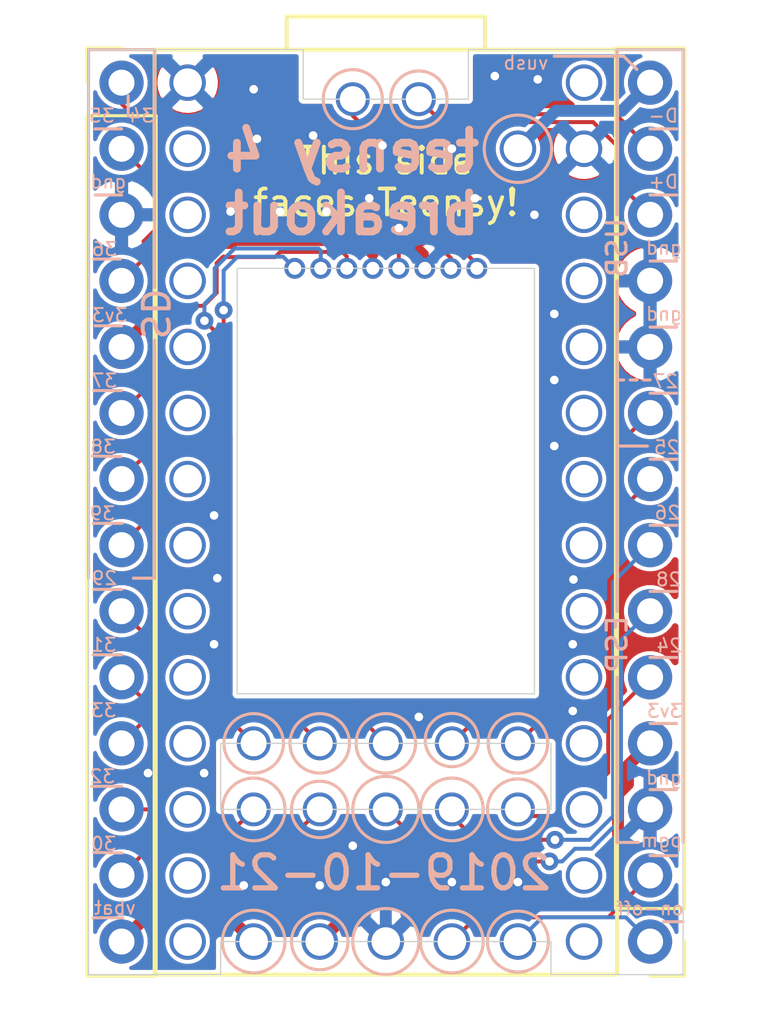
<source format=kicad_pcb>
(kicad_pcb (version 20171130) (host pcbnew "(5.1.5-0-10_14)")

  (general
    (thickness 1.6)
    (drawings 118)
    (tracks 204)
    (zones 0)
    (modules 3)
    (nets 26)
  )

  (page A4)
  (layers
    (0 F.Cu signal)
    (31 B.Cu signal)
    (32 B.Adhes user)
    (33 F.Adhes user)
    (34 B.Paste user)
    (35 F.Paste user)
    (36 B.SilkS user)
    (37 F.SilkS user)
    (38 B.Mask user hide)
    (39 F.Mask user)
    (40 Dwgs.User user)
    (41 Cmts.User user)
    (42 Eco1.User user)
    (43 Eco2.User user)
    (44 Edge.Cuts user)
    (45 Margin user)
    (46 B.CrtYd user)
    (47 F.CrtYd user)
    (48 B.Fab user)
    (49 F.Fab user)
  )

  (setup
    (last_trace_width 0.1524)
    (user_trace_width 0.1524)
    (user_trace_width 0.3048)
    (user_trace_width 0.4572)
    (trace_clearance 0.1524)
    (zone_clearance 0.1524)
    (zone_45_only no)
    (trace_min 0.1524)
    (via_size 0.6858)
    (via_drill 0.3302)
    (via_min_size 0.508)
    (via_min_drill 0.254)
    (uvia_size 0.3)
    (uvia_drill 0.1)
    (uvias_allowed no)
    (uvia_min_size 0.2)
    (uvia_min_drill 0.1)
    (edge_width 0.05)
    (segment_width 0.2)
    (pcb_text_width 0.3)
    (pcb_text_size 1.5 1.5)
    (mod_edge_width 0.12)
    (mod_text_size 1 1)
    (mod_text_width 0.15)
    (pad_size 1.7 1.7)
    (pad_drill 1)
    (pad_to_mask_clearance 0.0508)
    (solder_mask_min_width 0.1016)
    (aux_axis_origin 0 0)
    (visible_elements FFFFFF7F)
    (pcbplotparams
      (layerselection 0x010f0_ffffffff)
      (usegerberextensions true)
      (usegerberattributes false)
      (usegerberadvancedattributes false)
      (creategerberjobfile false)
      (excludeedgelayer true)
      (linewidth 0.100000)
      (plotframeref false)
      (viasonmask false)
      (mode 1)
      (useauxorigin false)
      (hpglpennumber 1)
      (hpglpenspeed 20)
      (hpglpendiameter 15.000000)
      (psnegative false)
      (psa4output false)
      (plotreference true)
      (plotvalue true)
      (plotinvisibletext false)
      (padsonsilk false)
      (subtractmaskfromsilk false)
      (outputformat 1)
      (mirror false)
      (drillshape 0)
      (scaleselection 1)
      (outputdirectory "gerbers/"))
  )

  (net 0 "")
  (net 1 /VBAT)
  (net 2 /32)
  (net 3 /30)
  (net 4 /33)
  (net 5 /31)
  (net 6 /29)
  (net 7 /DAT1)
  (net 8 /DAT0)
  (net 9 /CLK)
  (net 10 /3V3-SD)
  (net 11 /CMD)
  (net 12 /DAT3)
  (net 13 /DAT2)
  (net 14 /VUSB)
  (net 15 /D-)
  (net 16 /D+)
  (net 17 /25)
  (net 18 /27)
  (net 19 /28)
  (net 20 /26)
  (net 21 /24)
  (net 22 /ON_OFF)
  (net 23 /PROGRAM)
  (net 24 /3V3-1)
  (net 25 /GND)

  (net_class Default "This is the default net class."
    (clearance 0.1524)
    (trace_width 0.1524)
    (via_dia 0.6858)
    (via_drill 0.3302)
    (uvia_dia 0.3)
    (uvia_drill 0.1)
    (add_net /24)
    (add_net /25)
    (add_net /26)
    (add_net /27)
    (add_net /28)
    (add_net /29)
    (add_net /30)
    (add_net /31)
    (add_net /32)
    (add_net /33)
    (add_net /3V3-1)
    (add_net /3V3-SD)
    (add_net /CLK)
    (add_net /CMD)
    (add_net /D+)
    (add_net /D-)
    (add_net /DAT0)
    (add_net /DAT1)
    (add_net /DAT2)
    (add_net /DAT3)
    (add_net /GND)
    (add_net /ON_OFF)
    (add_net /PROGRAM)
    (add_net /VBAT)
    (add_net /VUSB)
  )

  (net_class Power ""
    (clearance 0.1524)
    (trace_width 0.4572)
    (via_dia 0.6858)
    (via_drill 0.3302)
    (uvia_dia 0.3)
    (uvia_drill 0.1)
  )

  (module Teensy:Teensy40_SMT (layer F.Cu) (tedit 5DBF48C5) (tstamp 5DE9664E)
    (at 160.02 97.79 270)
    (path /5D7811A6)
    (fp_text reference U1 (at 0 -10.16 270) (layer F.SilkS) hide
      (effects (font (size 1 1) (thickness 0.15)))
    )
    (fp_text value GND-1 (at 0 10.16 270) (layer F.Fab) hide
      (effects (font (size 1 1) (thickness 0.15)))
    )
    (fp_line (start 16.51 -8.6) (end 16.51 8.6) (layer Dwgs.User) (width 0.12))
    (fp_poly (pts (xy -9.5 3.25) (xy -7.5 3.25) (xy -7.5 3.75) (xy -9.5 3.75)) (layer Eco1.User) (width 0.1))
    (fp_poly (pts (xy -9.5 2.25) (xy -7.5 2.25) (xy -7.5 2.75) (xy -9.5 2.75)) (layer Eco1.User) (width 0.1))
    (fp_poly (pts (xy -9.5 1.25) (xy -7.5 1.25) (xy -7.5 1.75) (xy -9.5 1.75)) (layer Eco1.User) (width 0.1))
    (fp_poly (pts (xy -9.5 0.25) (xy -7.5 0.25) (xy -7.5 0.75) (xy -9.5 0.75)) (layer Eco1.User) (width 0.1))
    (fp_poly (pts (xy -9.5 -0.75) (xy -7.5 -0.75) (xy -7.5 -0.25) (xy -9.5 -0.25)) (layer Eco1.User) (width 0.1))
    (fp_poly (pts (xy -9.5 -1.75) (xy -7.5 -1.75) (xy -7.5 -1.25) (xy -9.5 -1.25)) (layer Eco1.User) (width 0.1))
    (fp_poly (pts (xy -9.5 -2.75) (xy -7.5 -2.75) (xy -7.5 -2.25) (xy -9.5 -2.25)) (layer Eco1.User) (width 0.1))
    (fp_poly (pts (xy -9.5 -3.75) (xy -7.5 -3.75) (xy -7.5 -3.25) (xy -9.5 -3.25)) (layer Eco1.User) (width 0.1))
    (fp_poly (pts (xy -17.272 -0.762) (xy -14.732 -0.762) (xy -14.732 -1.778) (xy -17.272 -1.778)) (layer Eco1.User) (width 0.1))
    (fp_poly (pts (xy -17.272 1.778) (xy -14.732 1.778) (xy -14.732 0.762) (xy -17.272 0.762)) (layer Eco1.User) (width 0.1))
    (fp_poly (pts (xy 6.858 5.588) (xy 9.398 5.588) (xy 9.398 4.572) (xy 6.858 4.572)) (layer Eco1.User) (width 0.1))
    (fp_poly (pts (xy 6.858 3.048) (xy 9.398 3.048) (xy 9.398 2.032) (xy 6.858 2.032)) (layer Eco1.User) (width 0.1))
    (fp_poly (pts (xy 6.858 0.508) (xy 9.398 0.508) (xy 9.398 -0.508) (xy 6.858 -0.508)) (layer Eco1.User) (width 0.1))
    (fp_poly (pts (xy 6.858 -2.032) (xy 9.398 -2.032) (xy 9.398 -3.048) (xy 6.858 -3.048)) (layer Eco1.User) (width 0.1))
    (fp_poly (pts (xy 6.858 -4.572) (xy 9.398 -4.572) (xy 9.398 -5.588) (xy 6.858 -5.588)) (layer Eco1.User) (width 0.1))
    (fp_poly (pts (xy 10.922 -4.572) (xy 13.462 -4.572) (xy 13.462 -5.588) (xy 10.922 -5.588)) (layer Eco1.User) (width 0.1))
    (fp_poly (pts (xy 10.922 -2.032) (xy 13.462 -2.032) (xy 13.462 -3.048) (xy 10.922 -3.048)) (layer Eco1.User) (width 0.1))
    (fp_poly (pts (xy 10.922 0.508) (xy 13.462 0.508) (xy 13.462 -0.508) (xy 10.922 -0.508)) (layer Eco1.User) (width 0.1))
    (fp_poly (pts (xy 10.922 3.048) (xy 13.462 3.048) (xy 13.462 2.032) (xy 10.922 2.032)) (layer Eco1.User) (width 0.1))
    (fp_poly (pts (xy 10.922 5.588) (xy 13.462 5.588) (xy 13.462 4.572) (xy 10.922 4.572)) (layer Eco1.User) (width 0.1))
    (fp_line (start 13.97 8.6) (end 13.97 -8.6) (layer Dwgs.User) (width 0.12))
    (fp_line (start 16.51 8.6) (end 13.97 8.6) (layer Dwgs.User) (width 0.12))
    (fp_line (start 13.97 -8.6) (end 16.51 -8.6) (layer Dwgs.User) (width 0.12))
    (fp_line (start 11.43 -8.6) (end 8.89 -8.6) (layer Dwgs.User) (width 0.12))
    (fp_line (start 11.43 8.6) (end 11.43 -8.6) (layer Dwgs.User) (width 0.12))
    (fp_line (start 8.89 8.6) (end 11.43 8.6) (layer Dwgs.User) (width 0.12))
    (fp_line (start 8.89 -8.6) (end 8.89 8.6) (layer Dwgs.User) (width 0.12))
    (fp_line (start 7 -7.64) (end 7 7.6) (layer Dwgs.User) (width 0.12))
    (fp_line (start -9.39 -7.62) (end 7 -7.6) (layer Dwgs.User) (width 0.12))
    (fp_line (start -9.39 7.62) (end 7 7.62) (layer Dwgs.User) (width 0.12))
    (fp_line (start -9.39 -7.62) (end -9.39 7.62) (layer Dwgs.User) (width 0.12))
    (fp_line (start -17.78 -7.62) (end -17.78 7.62) (layer Dwgs.User) (width 0.12))
    (fp_line (start -17.78 7.62) (end -15.875 7.62) (layer Dwgs.User) (width 0.12))
    (fp_line (start -17.78 -7.62) (end -15.875 -7.62) (layer Dwgs.User) (width 0.12))
    (fp_line (start -15.875 -7.62) (end -15.875 7.62) (layer Dwgs.User) (width 0.15))
    (fp_line (start -19.05 3.81) (end -17.78 3.81) (layer F.SilkS) (width 0.15))
    (fp_line (start -19.05 -3.81) (end -19.05 3.81) (layer F.SilkS) (width 0.15))
    (fp_line (start -17.78 -3.81) (end -19.05 -3.81) (layer F.SilkS) (width 0.15))
    (fp_line (start 17.78 -8.89) (end -17.78 -8.89) (layer F.SilkS) (width 0.15))
    (fp_line (start 17.78 8.89) (end 17.78 -8.89) (layer F.SilkS) (width 0.15))
    (fp_line (start -17.78 8.89) (end 17.78 8.89) (layer F.SilkS) (width 0.15))
    (fp_line (start -17.78 -8.89) (end -17.78 8.89) (layer F.SilkS) (width 0.15))
    (pad 13 thru_hole circle (at 13.97 7.62 270) (size 1.404 1.404) (drill 1.1) (layers *.Cu *.Mask))
    (pad 33 thru_hole circle (at -16.51 -7.62 270) (size 1.404 1.404) (drill 1.1) (layers *.Cu *.Mask))
    (pad 34 thru_hole circle (at -13.97 -5.08 270) (size 1.404 1.404) (drill 1.1) (layers *.Cu *.Mask)
      (net 14 /VUSB))
    (pad 32 thru_hole circle (at -13.97 -7.62 270) (size 1.404 1.404) (drill 1.1) (layers *.Cu *.Mask)
      (net 25 /GND))
    (pad 31 thru_hole circle (at -11.43 -7.62 270) (size 1.404 1.404) (drill 1.1) (layers *.Cu *.Mask))
    (pad 30 thru_hole circle (at -8.89 -7.62 270) (size 1.404 1.404) (drill 1.1) (layers *.Cu *.Mask))
    (pad 29 thru_hole circle (at -6.35 -7.62 270) (size 1.404 1.404) (drill 1.1) (layers *.Cu *.Mask))
    (pad 28 thru_hole circle (at -3.81 -7.62 270) (size 1.404 1.404) (drill 1.1) (layers *.Cu *.Mask))
    (pad 27 thru_hole circle (at -1.27 -7.62 270) (size 1.404 1.404) (drill 1.1) (layers *.Cu *.Mask))
    (pad 26 thru_hole circle (at 1.27 -7.62 270) (size 1.404 1.404) (drill 1.1) (layers *.Cu *.Mask))
    (pad 25 thru_hole circle (at 3.81 -7.62 270) (size 1.404 1.404) (drill 1.1) (layers *.Cu *.Mask))
    (pad 24 thru_hole circle (at 6.35 -7.62 270) (size 1.404 1.404) (drill 1.1) (layers *.Cu *.Mask))
    (pad 23 thru_hole circle (at 8.89 -7.62 270) (size 1.404 1.404) (drill 1.1) (layers *.Cu *.Mask))
    (pad 22 thru_hole circle (at 11.43 -7.62 270) (size 1.404 1.404) (drill 1.1) (layers *.Cu *.Mask))
    (pad 21 thru_hole circle (at 13.97 -7.62 270) (size 1.404 1.404) (drill 1.1) (layers *.Cu *.Mask))
    (pad 20 thru_hole circle (at 16.51 -7.62 270) (size 1.404 1.404) (drill 1.1) (layers *.Cu *.Mask))
    (pad 19 thru_hole circle (at 16.51 -5.08 270) (size 1.404 1.404) (drill 1.1) (layers *.Cu *.Mask)
      (net 22 /ON_OFF))
    (pad 18 thru_hole circle (at 16.51 -2.54 270) (size 1.404 1.404) (drill 1.1) (layers *.Cu *.Mask)
      (net 23 /PROGRAM))
    (pad 17 thru_hole circle (at 16.51 0 270) (size 1.404 1.404) (drill 1.1) (layers *.Cu *.Mask)
      (net 25 /GND))
    (pad 16 thru_hole circle (at 16.51 2.54 270) (size 1.404 1.404) (drill 1.1) (layers *.Cu *.Mask)
      (net 24 /3V3-1))
    (pad 15 thru_hole circle (at 16.51 5.08 270) (size 1.404 1.404) (drill 1.1) (layers *.Cu *.Mask)
      (net 1 /VBAT))
    (pad 14 thru_hole circle (at 16.51 7.62 270) (size 1.404 1.404) (drill 1.1) (layers *.Cu *.Mask))
    (pad 12 thru_hole circle (at 11.43 7.62 270) (size 1.404 1.404) (drill 1.1) (layers *.Cu *.Mask))
    (pad 11 thru_hole circle (at 8.89 7.62 270) (size 1.404 1.404) (drill 1.1) (layers *.Cu *.Mask))
    (pad 10 thru_hole circle (at 6.35 7.62 270) (size 1.404 1.404) (drill 1.1) (layers *.Cu *.Mask))
    (pad 9 thru_hole circle (at 3.81 7.62 270) (size 1.404 1.404) (drill 1.1) (layers *.Cu *.Mask))
    (pad 8 thru_hole circle (at 1.27 7.62 270) (size 1.404 1.404) (drill 1.1) (layers *.Cu *.Mask))
    (pad 7 thru_hole circle (at -1.27 7.62 270) (size 1.404 1.404) (drill 1.1) (layers *.Cu *.Mask))
    (pad 6 thru_hole circle (at -3.81 7.62 270) (size 1.404 1.404) (drill 1.1) (layers *.Cu *.Mask))
    (pad 5 thru_hole circle (at -6.35 7.62 270) (size 1.404 1.404) (drill 1.1) (layers *.Cu *.Mask))
    (pad 4 thru_hole circle (at -8.89 7.62 270) (size 1.404 1.404) (drill 1.1) (layers *.Cu *.Mask))
    (pad 3 thru_hole circle (at -11.43 7.62 270) (size 1.404 1.404) (drill 1.1) (layers *.Cu *.Mask))
    (pad 54 thru_hole circle (at -15.875 1.27 270) (size 1.304 1.304) (drill 1) (layers *.Cu *.Mask)
      (net 16 /D+))
    (pad 53 thru_hole circle (at -15.875 -1.27 270) (size 1.304 1.304) (drill 1) (layers *.Cu *.Mask)
      (net 15 /D-))
    (pad 52 thru_hole circle (at -9.3716 3.5 270) (size 0.804 0.804) (drill 0.5) (layers *.Cu *.Mask)
      (net 13 /DAT2))
    (pad 51 thru_hole circle (at -9.3716 2.5 270) (size 0.804 0.804) (drill 0.5) (layers *.Cu *.Mask)
      (net 12 /DAT3))
    (pad 50 thru_hole circle (at -9.3716 1.5 270) (size 0.804 0.804) (drill 0.5) (layers *.Cu *.Mask)
      (net 11 /CMD))
    (pad 49 thru_hole circle (at -9.3716 0.5 270) (size 0.804 0.804) (drill 0.5) (layers *.Cu *.Mask)
      (net 10 /3V3-SD))
    (pad 48 thru_hole circle (at -9.3716 -0.5 270) (size 0.804 0.804) (drill 0.5) (layers *.Cu *.Mask)
      (net 9 /CLK))
    (pad 47 thru_hole circle (at -9.3716 -1.5 270) (size 0.804 0.804) (drill 0.5) (layers *.Cu *.Mask)
      (net 25 /GND))
    (pad 46 thru_hole circle (at -9.3716 -2.5 270) (size 0.804 0.804) (drill 0.5) (layers *.Cu *.Mask)
      (net 8 /DAT0))
    (pad 45 thru_hole circle (at -9.3716 -3.5 270) (size 0.804 0.804) (drill 0.5) (layers *.Cu *.Mask)
      (net 7 /DAT1))
    (pad 44 thru_hole circle (at 8.89 5.08 270) (size 1.304 1.304) (drill 1) (layers *.Cu *.Mask)
      (net 4 /33))
    (pad 43 thru_hole circle (at 11.43 5.08 270) (size 1.304 1.304) (drill 1) (layers *.Cu *.Mask)
      (net 2 /32))
    (pad 42 thru_hole circle (at 8.89 2.54 270) (size 1.304 1.304) (drill 1) (layers *.Cu *.Mask)
      (net 5 /31))
    (pad 41 thru_hole circle (at 11.43 2.54 270) (size 1.304 1.304) (drill 1) (layers *.Cu *.Mask)
      (net 3 /30))
    (pad 40 thru_hole circle (at 8.89 0 270) (size 1.304 1.304) (drill 1) (layers *.Cu *.Mask)
      (net 6 /29))
    (pad 39 thru_hole circle (at 11.43 0 270) (size 1.304 1.304) (drill 1) (layers *.Cu *.Mask)
      (net 19 /28))
    (pad 38 thru_hole circle (at 8.89 -2.54 270) (size 1.304 1.304) (drill 1) (layers *.Cu *.Mask)
      (net 18 /27))
    (pad 37 thru_hole circle (at 11.43 -2.54 270) (size 1.304 1.304) (drill 1) (layers *.Cu *.Mask)
      (net 20 /26))
    (pad 36 thru_hole circle (at 8.89 -5.08 270) (size 1.304 1.304) (drill 1) (layers *.Cu *.Mask)
      (net 17 /25))
    (pad 35 thru_hole circle (at 11.43 -5.08 270) (size 1.304 1.304) (drill 1) (layers *.Cu *.Mask)
      (net 21 /24))
    (pad 2 thru_hole circle (at -13.97 7.62 270) (size 1.404 1.404) (drill 1.1) (layers *.Cu *.Mask))
    (pad 1 thru_hole circle (at -16.51 7.62 270) (size 1.404 1.404) (drill 1.1) (layers *.Cu *.Mask)
      (net 25 /GND))
    (model ${KICAD_USER_DIR}/teensy.pretty/Teensy_4.0_Assembly.STEP
      (offset (xyz 33 9.5 -11))
      (scale (xyz 1 1 1))
      (rotate (xyz -90 0 0))
    )
  )

  (module Connector_PinHeader_2.54mm:PinHeader_1x14_P2.54mm_Vertical (layer F.Cu) (tedit 5DAE1061) (tstamp 5D783E6B)
    (at 170.18 114.3 180)
    (descr "Through hole straight pin header, 1x14, 2.54mm pitch, single row")
    (tags "Through hole pin header THT 1x14 2.54mm single row")
    (path /5D785C4E)
    (fp_text reference J2 (at 0 -2.33) (layer F.SilkS) hide
      (effects (font (size 1 1) (thickness 0.15)))
    )
    (fp_text value Conn_01x14 (at 0 35.35) (layer F.Fab)
      (effects (font (size 1 1) (thickness 0.15)))
    )
    (fp_text user %R (at 0 16.51 90) (layer F.Fab)
      (effects (font (size 1 1) (thickness 0.15)))
    )
    (fp_line (start 1.8 -1.8) (end -1.8 -1.8) (layer F.CrtYd) (width 0.05))
    (fp_line (start 1.8 34.8) (end 1.8 -1.8) (layer F.CrtYd) (width 0.05))
    (fp_line (start -1.8 34.8) (end 1.8 34.8) (layer F.CrtYd) (width 0.05))
    (fp_line (start -1.8 -1.8) (end -1.8 34.8) (layer F.CrtYd) (width 0.05))
    (fp_line (start -1.33 -1.33) (end 0 -1.33) (layer F.SilkS) (width 0.12))
    (fp_line (start -1.33 0) (end -1.33 -1.33) (layer F.SilkS) (width 0.12))
    (fp_line (start -1.33 1.27) (end 1.33 1.27) (layer F.SilkS) (width 0.12))
    (fp_line (start 1.33 1.27) (end 1.33 34.35) (layer F.SilkS) (width 0.12))
    (fp_line (start -1.33 1.27) (end -1.33 34.35) (layer F.SilkS) (width 0.12))
    (fp_line (start -1.33 34.35) (end 1.33 34.35) (layer F.SilkS) (width 0.12))
    (fp_line (start -1.27 -0.635) (end -0.635 -1.27) (layer F.Fab) (width 0.1))
    (fp_line (start -1.27 34.29) (end -1.27 -0.635) (layer F.Fab) (width 0.1))
    (fp_line (start 1.27 34.29) (end -1.27 34.29) (layer F.Fab) (width 0.1))
    (fp_line (start 1.27 -1.27) (end 1.27 34.29) (layer F.Fab) (width 0.1))
    (fp_line (start -0.635 -1.27) (end 1.27 -1.27) (layer F.Fab) (width 0.1))
    (pad 14 thru_hole oval (at 0 33.02 180) (size 1.7 1.7) (drill 1) (layers *.Cu *.Mask)
      (net 14 /VUSB))
    (pad 13 thru_hole oval (at 0 30.48 180) (size 1.7 1.7) (drill 1) (layers *.Cu *.Mask)
      (net 15 /D-))
    (pad 12 thru_hole oval (at 0 27.94 180) (size 1.7 1.7) (drill 1) (layers *.Cu *.Mask)
      (net 16 /D+))
    (pad 11 thru_hole oval (at 0 25.4 180) (size 1.7 1.7) (drill 1) (layers *.Cu *.Mask)
      (net 25 /GND))
    (pad 10 thru_hole oval (at 0 22.86 180) (size 1.7 1.7) (drill 1) (layers *.Cu *.Mask)
      (net 25 /GND))
    (pad 9 thru_hole oval (at 0 20.32 180) (size 1.7 1.7) (drill 1) (layers *.Cu *.Mask)
      (net 18 /27))
    (pad 8 thru_hole oval (at 0 17.78 180) (size 1.7 1.7) (drill 1) (layers *.Cu *.Mask)
      (net 17 /25))
    (pad 7 thru_hole oval (at 0 15.24 180) (size 1.7 1.7) (drill 1) (layers *.Cu *.Mask)
      (net 20 /26))
    (pad 6 thru_hole oval (at 0 12.7 180) (size 1.7 1.7) (drill 1) (layers *.Cu *.Mask)
      (net 19 /28))
    (pad 5 thru_hole oval (at 0 10.16 180) (size 1.7 1.7) (drill 1) (layers *.Cu *.Mask)
      (net 21 /24))
    (pad 4 thru_hole oval (at 0 7.62 180) (size 1.7 1.7) (drill 1) (layers *.Cu *.Mask)
      (net 24 /3V3-1))
    (pad 3 thru_hole oval (at 0 5.08 180) (size 1.7 1.7) (drill 1) (layers *.Cu *.Mask)
      (net 25 /GND))
    (pad 2 thru_hole oval (at 0 2.54 180) (size 1.7 1.7) (drill 1) (layers *.Cu *.Mask)
      (net 23 /PROGRAM))
    (pad 1 thru_hole circle (at 0 0 180) (size 1.7 1.7) (drill 1) (layers *.Cu *.Mask)
      (net 22 /ON_OFF))
    (model ${KISYS3DMOD}/Connector_PinHeader_2.54mm.3dshapes/PinHeader_1x14_P2.54mm_Vertical.wrl
      (at (xyz 0 0 0))
      (scale (xyz 1 1 1))
      (rotate (xyz 0 0 0))
    )
  )

  (module Connector_PinHeader_2.54mm:PinHeader_1x14_P2.54mm_Vertical (layer F.Cu) (tedit 5DAE106A) (tstamp 5D783F11)
    (at 149.86 81.28)
    (descr "Through hole straight pin header, 1x14, 2.54mm pitch, single row")
    (tags "Through hole pin header THT 1x14 2.54mm single row")
    (path /5D782E4C)
    (fp_text reference J1 (at 0 -2.33) (layer F.SilkS) hide
      (effects (font (size 1 1) (thickness 0.15)))
    )
    (fp_text value Conn_01x14 (at 0 35.35) (layer F.Fab)
      (effects (font (size 1 1) (thickness 0.15)))
    )
    (fp_text user %R (at 0 16.51 90) (layer F.Fab)
      (effects (font (size 1 1) (thickness 0.15)))
    )
    (fp_line (start 1.8 -1.8) (end -1.8 -1.8) (layer F.CrtYd) (width 0.05))
    (fp_line (start 1.8 34.8) (end 1.8 -1.8) (layer F.CrtYd) (width 0.05))
    (fp_line (start -1.8 34.8) (end 1.8 34.8) (layer F.CrtYd) (width 0.05))
    (fp_line (start -1.8 -1.8) (end -1.8 34.8) (layer F.CrtYd) (width 0.05))
    (fp_line (start -1.33 -1.33) (end 0 -1.33) (layer F.SilkS) (width 0.12))
    (fp_line (start -1.33 0) (end -1.33 -1.33) (layer F.SilkS) (width 0.12))
    (fp_line (start -1.33 1.27) (end 1.33 1.27) (layer F.SilkS) (width 0.12))
    (fp_line (start 1.33 1.27) (end 1.33 34.35) (layer F.SilkS) (width 0.12))
    (fp_line (start -1.33 1.27) (end -1.33 34.35) (layer F.SilkS) (width 0.12))
    (fp_line (start -1.33 34.35) (end 1.33 34.35) (layer F.SilkS) (width 0.12))
    (fp_line (start -1.27 -0.635) (end -0.635 -1.27) (layer F.Fab) (width 0.1))
    (fp_line (start -1.27 34.29) (end -1.27 -0.635) (layer F.Fab) (width 0.1))
    (fp_line (start 1.27 34.29) (end -1.27 34.29) (layer F.Fab) (width 0.1))
    (fp_line (start 1.27 -1.27) (end 1.27 34.29) (layer F.Fab) (width 0.1))
    (fp_line (start -0.635 -1.27) (end 1.27 -1.27) (layer F.Fab) (width 0.1))
    (pad 14 thru_hole oval (at 0 33.02) (size 1.7 1.7) (drill 1) (layers *.Cu *.Mask)
      (net 1 /VBAT))
    (pad 13 thru_hole oval (at 0 30.48) (size 1.7 1.7) (drill 1) (layers *.Cu *.Mask)
      (net 3 /30))
    (pad 12 thru_hole oval (at 0 27.94) (size 1.7 1.7) (drill 1) (layers *.Cu *.Mask)
      (net 2 /32))
    (pad 11 thru_hole oval (at 0 25.4) (size 1.7 1.7) (drill 1) (layers *.Cu *.Mask)
      (net 4 /33))
    (pad 10 thru_hole oval (at 0 22.86) (size 1.7 1.7) (drill 1) (layers *.Cu *.Mask)
      (net 5 /31))
    (pad 9 thru_hole oval (at 0 20.32) (size 1.7 1.7) (drill 1) (layers *.Cu *.Mask)
      (net 6 /29))
    (pad 8 thru_hole oval (at 0 17.78) (size 1.7 1.7) (drill 1) (layers *.Cu *.Mask)
      (net 13 /DAT2))
    (pad 7 thru_hole oval (at 0 15.24) (size 1.7 1.7) (drill 1) (layers *.Cu *.Mask)
      (net 12 /DAT3))
    (pad 6 thru_hole oval (at 0 12.7) (size 1.7 1.7) (drill 1) (layers *.Cu *.Mask)
      (net 11 /CMD))
    (pad 5 thru_hole oval (at 0 10.16) (size 1.7 1.7) (drill 1) (layers *.Cu *.Mask)
      (net 10 /3V3-SD))
    (pad 4 thru_hole oval (at 0 7.62) (size 1.7 1.7) (drill 1) (layers *.Cu *.Mask)
      (net 9 /CLK))
    (pad 3 thru_hole oval (at 0 5.08) (size 1.7 1.7) (drill 1) (layers *.Cu *.Mask)
      (net 25 /GND))
    (pad 2 thru_hole oval (at 0 2.54) (size 1.7 1.7) (drill 1) (layers *.Cu *.Mask)
      (net 8 /DAT0))
    (pad 1 thru_hole circle (at 0 0) (size 1.7 1.7) (drill 1) (layers *.Cu *.Mask)
      (net 7 /DAT1))
    (model ${KISYS3DMOD}/Connector_PinHeader_2.54mm.3dshapes/PinHeader_1x14_P2.54mm_Vertical.wrl
      (at (xyz 0 0 0))
      (scale (xyz 1 1 1))
      (rotate (xyz 0 0 0))
    )
  )

  (gr_line (start 149.8092 88.0618) (end 148.7932 88.0618) (layer B.SilkS) (width 0.12))
  (gr_line (start 149.86 93.1164) (end 148.7932 93.1164) (layer B.SilkS) (width 0.12))
  (gr_line (start 149.8346 95.6564) (end 148.7424 95.631) (layer B.SilkS) (width 0.12))
  (gr_line (start 149.8854 98.2218) (end 148.7678 98.2218) (layer B.SilkS) (width 0.12))
  (gr_line (start 149.86 100.7618) (end 148.7932 100.7618) (layer B.SilkS) (width 0.12))
  (gr_line (start 149.86 103.2764) (end 148.7678 103.2764) (layer B.SilkS) (width 0.12))
  (gr_line (start 148.717 108.331) (end 149.86 108.331) (layer B.SilkS) (width 0.12))
  (gr_line (start 148.7932 110.871) (end 149.86 110.8964) (layer B.SilkS) (width 0.12))
  (gr_line (start 148.7678 113.3856) (end 149.9108 113.3856) (layer B.SilkS) (width 0.12))
  (gr_text vbat (at 149.606 113.0046) (layer B.SilkS) (tstamp 5DADFAD8)
    (effects (font (size 0.508 0.508) (thickness 0.0762)) (justify mirror))
  )
  (gr_text 30 (at 149.1742 110.5408) (layer B.SilkS) (tstamp 5DADFAD1)
    (effects (font (size 0.508 0.508) (thickness 0.0762)) (justify mirror))
  )
  (gr_text 32 (at 149.1234 107.95) (layer B.SilkS) (tstamp 5DADFACF)
    (effects (font (size 0.508 0.508) (thickness 0.0762)) (justify mirror))
  )
  (gr_text 33 (at 149.1742 105.41) (layer B.SilkS) (tstamp 5DADFACD)
    (effects (font (size 0.508 0.508) (thickness 0.0762)) (justify mirror))
  )
  (gr_text 31 (at 149.1742 102.8954) (layer B.SilkS) (tstamp 5DADFACB)
    (effects (font (size 0.508 0.508) (thickness 0.0762)) (justify mirror))
  )
  (gr_text 29 (at 149.1996 100.33) (layer B.SilkS) (tstamp 5DADFAC9)
    (effects (font (size 0.508 0.508) (thickness 0.0762)) (justify mirror))
  )
  (gr_text 39 (at 149.1234 97.8408) (layer B.SilkS) (tstamp 5DADFABE)
    (effects (font (size 0.508 0.508) (thickness 0.0762)) (justify mirror))
  )
  (gr_text 38 (at 149.1488 95.2754) (layer B.SilkS) (tstamp 5DADFABC)
    (effects (font (size 0.508 0.508) (thickness 0.0762)) (justify mirror))
  )
  (gr_text 37 (at 149.1996 92.7354) (layer B.SilkS) (tstamp 5DADFABA)
    (effects (font (size 0.508 0.508) (thickness 0.0762)) (justify mirror))
  )
  (gr_line (start 149.86 90.6272) (end 148.844 90.6272) (layer B.SilkS) (width 0.12))
  (gr_text 3v3 (at 149.4028 90.2208) (layer B.SilkS) (tstamp 5DADFAB4)
    (effects (font (size 0.508 0.508) (thickness 0.0762)) (justify mirror))
  )
  (gr_text 36 (at 149.1996 87.6808) (layer B.SilkS) (tstamp 5DADFAEB)
    (effects (font (size 0.508 0.508) (thickness 0.0762)) (justify mirror))
  )
  (gr_line (start 148.844 85.598) (end 149.86 85.598) (layer B.SilkS) (width 0.12))
  (gr_line (start 150.114 82.55) (end 150.114 81.788) (layer B.SilkS) (width 0.12))
  (gr_line (start 148.844 83.058) (end 149.86 83.058) (layer B.SilkS) (width 0.12))
  (gr_text 34 (at 150.622 82.55) (layer B.SilkS) (tstamp 5DADFAA7)
    (effects (font (size 0.508 0.508) (thickness 0.0762)) (justify mirror))
  )
  (gr_text 35 (at 149.098 82.55) (layer B.SilkS) (tstamp 5DADFA9F)
    (effects (font (size 0.508 0.508) (thickness 0.0762)) (justify mirror))
  )
  (gr_text gnd (at 149.352 85.09) (layer B.SilkS) (tstamp 5DADFA9D)
    (effects (font (size 0.508 0.508) (thickness 0.0762)) (justify mirror))
  )
  (gr_line (start 169.164 80.264) (end 169.672 80.772) (layer B.SilkS) (width 0.12))
  (gr_line (start 166.497 80.264) (end 169.164 80.264) (layer B.SilkS) (width 0.12))
  (gr_line (start 171.196 108.458) (end 170.18 108.458) (layer B.SilkS) (width 0.12))
  (gr_line (start 171.45 113.538) (end 170.688 113.538) (layer B.SilkS) (width 0.12))
  (gr_line (start 171.196 110.998) (end 170.18 110.998) (layer B.SilkS) (width 0.12))
  (gr_line (start 171.196 105.918) (end 170.18 105.918) (layer B.SilkS) (width 0.12))
  (gr_line (start 171.196 103.378) (end 170.18 103.378) (layer B.SilkS) (width 0.12))
  (gr_line (start 171.196 100.838) (end 170.18 100.838) (layer B.SilkS) (width 0.12))
  (gr_line (start 171.196 98.298) (end 170.18 98.298) (layer B.SilkS) (width 0.12))
  (gr_line (start 171.196 95.758) (end 170.18 95.758) (layer B.SilkS) (width 0.12))
  (gr_line (start 171.196 93.218) (end 170.18 93.218) (layer B.SilkS) (width 0.12))
  (gr_line (start 171.196 90.678) (end 170.18 90.678) (layer B.SilkS) (width 0.12))
  (gr_line (start 171.196 88.138) (end 170.18 88.138) (layer B.SilkS) (width 0.12))
  (gr_line (start 171.196 85.598) (end 170.18 85.598) (layer B.SilkS) (width 0.12))
  (gr_line (start 171.196 83.058) (end 170.18 83.058) (layer B.SilkS) (width 0.12))
  (gr_text vusb (at 165.4048 80.518) (layer B.SilkS) (tstamp 5DADF82B)
    (effects (font (size 0.508 0.508) (thickness 0.0762)) (justify mirror))
  )
  (gr_text D- (at 170.688 82.55) (layer B.SilkS) (tstamp 5DADF81E)
    (effects (font (size 0.508 0.508) (thickness 0.0762)) (justify mirror))
  )
  (gr_text D+ (at 170.688 85.09) (layer B.SilkS) (tstamp 5DADF815)
    (effects (font (size 0.508 0.508) (thickness 0.0762)) (justify mirror))
  )
  (gr_text gnd (at 170.7134 90.17) (layer B.SilkS) (tstamp 5DADF80D)
    (effects (font (size 0.508 0.508) (thickness 0.0762)) (justify mirror))
  )
  (gr_text gnd (at 170.7134 87.63) (layer B.SilkS) (tstamp 5DADF808)
    (effects (font (size 0.508 0.508) (thickness 0.0762)) (justify mirror))
  )
  (gr_text on-off (at 170.18 113.03) (layer B.SilkS) (tstamp 5DADF70B)
    (effects (font (size 0.508 0.508) (thickness 0.0762)) (justify mirror))
  )
  (gr_text "pgm\n" (at 170.6118 110.4138) (layer B.SilkS) (tstamp 5DADF6F8)
    (effects (font (size 0.508 0.508) (thickness 0.0762)) (justify mirror))
  )
  (gr_text gnd (at 170.7134 108.0008) (layer B.SilkS) (tstamp 5DADF6F3)
    (effects (font (size 0.508 0.508) (thickness 0.0762)) (justify mirror))
  )
  (gr_text 3v3 (at 170.7388 105.4354) (layer B.SilkS) (tstamp 5DADF6E9)
    (effects (font (size 0.508 0.508) (thickness 0.0762)) (justify mirror))
  )
  (gr_text 24 (at 170.9166 102.9208) (layer B.SilkS) (tstamp 5DADF6A2)
    (effects (font (size 0.508 0.508) (thickness 0.0762)) (justify mirror))
  )
  (gr_text 28 (at 170.8912 100.3808) (layer B.SilkS) (tstamp 5DADF699)
    (effects (font (size 0.508 0.508) (thickness 0.0762)) (justify mirror))
  )
  (gr_text 26 (at 170.8404 97.8154) (layer B.SilkS) (tstamp 5DADF67F)
    (effects (font (size 0.508 0.508) (thickness 0.0762)) (justify mirror))
  )
  (gr_text 25 (at 170.815 95.3008) (layer B.SilkS) (tstamp 5DADF66E)
    (effects (font (size 0.508 0.508) (thickness 0.0762)) (justify mirror))
  )
  (gr_text 27 (at 170.7642 92.7608) (layer B.SilkS)
    (effects (font (size 0.508 0.508) (thickness 0.0762)) (justify mirror))
  )
  (gr_line (start 169.926 92.71) (end 170.18 92.71) (layer B.SilkS) (width 0.12))
  (gr_line (start 169.418 92.71) (end 169.672 92.71) (layer B.SilkS) (width 0.12))
  (gr_line (start 168.91 92.71) (end 169.164 92.71) (layer B.SilkS) (width 0.12))
  (gr_line (start 168.91 110.49) (end 168.91 104.14) (layer B.SilkS) (width 0.12))
  (gr_line (start 168.91 95.25) (end 168.91 101.6) (layer B.SilkS) (width 0.12))
  (gr_text ESP (at 168.91 102.87 90) (layer B.SilkS) (tstamp 5DADDCDF)
    (effects (font (size 0.762 0.762) (thickness 0.127)) (justify mirror))
  )
  (gr_line (start 171.45 110.49) (end 171.45 95.25) (layer B.SilkS) (width 0.12) (tstamp 5DADDCDC))
  (gr_line (start 168.91 110.49) (end 169.7228 110.49) (layer B.SilkS) (width 0.12))
  (gr_line (start 168.91 88.9) (end 168.91 95.25) (layer B.SilkS) (width 0.12) (tstamp 5DADDBEA))
  (gr_line (start 168.91 80.01) (end 168.91 86.36) (layer B.SilkS) (width 0.12))
  (gr_text USB (at 168.91 87.63 90) (layer B.SilkS)
    (effects (font (size 0.762 0.762) (thickness 0.127)) (justify mirror))
  )
  (gr_line (start 151.13 100.33) (end 151.13 91.186) (layer B.SilkS) (width 0.12))
  (gr_line (start 150.876 100.33) (end 151.13 100.33) (layer B.SilkS) (width 0.12))
  (gr_line (start 151.13 80.01) (end 151.13 89.154) (layer B.SilkS) (width 0.12))
  (gr_text SD (at 151.13 90.17 270) (layer B.SilkS)
    (effects (font (size 1 1) (thickness 0.15)) (justify mirror))
  )
  (gr_line (start 170.0784 95.25) (end 168.91 95.25) (layer B.SilkS) (width 0.12) (tstamp 5DADF6C9))
  (gr_line (start 171.45 80.01) (end 171.45 95.25) (layer B.SilkS) (width 0.12))
  (gr_line (start 168.91 80.01) (end 171.45 80.01) (layer B.SilkS) (width 0.12))
  (gr_line (start 148.59 80.01) (end 151.13 80.01) (layer B.SilkS) (width 0.12) (tstamp 5DADD9FB))
  (gr_line (start 148.59 100.33) (end 148.59 80.01) (layer B.SilkS) (width 0.12))
  (gr_line (start 150.876 100.33) (end 150.3172 100.33) (layer B.SilkS) (width 0.12))
  (gr_circle (center 165.1 114.3) (end 165.354 115.443) (layer B.SilkS) (width 0.12) (tstamp 5DACAC9D))
  (gr_circle (center 162.56 114.3) (end 162.941 115.443) (layer B.SilkS) (width 0.12) (tstamp 5DACAC9C))
  (gr_circle (center 160.02 114.3) (end 160.02 115.57) (layer B.SilkS) (width 0.12) (tstamp 5DACAC9B))
  (gr_circle (center 157.48 114.3) (end 157.861 115.316) (layer B.SilkS) (width 0.12) (tstamp 5DACAC9A))
  (gr_circle (center 154.94 114.3) (end 155.321 115.443) (layer B.SilkS) (width 0.12) (tstamp 5DACAC99))
  (gr_text "This side\nfaces Teensy!" (at 160.02 85.09) (layer F.SilkS)
    (effects (font (size 1 1) (thickness 0.15)))
  )
  (gr_circle (center 154.94 109.22) (end 155.321 110.363) (layer B.SilkS) (width 0.12))
  (gr_circle (center 157.48 109.22) (end 157.861 110.236) (layer B.SilkS) (width 0.12))
  (gr_circle (center 160.02 109.22) (end 160.02 110.49) (layer B.SilkS) (width 0.12))
  (gr_circle (center 162.56 109.22) (end 162.941 110.363) (layer B.SilkS) (width 0.12))
  (gr_circle (center 165.1 109.22) (end 165.354 110.363) (layer B.SilkS) (width 0.12))
  (gr_circle (center 165.1 106.68) (end 165.1 105.537) (layer B.SilkS) (width 0.12))
  (gr_circle (center 162.56 106.553) (end 162.433 105.537) (layer B.SilkS) (width 0.12))
  (gr_circle (center 160.02 106.68) (end 160.02 105.537) (layer B.SilkS) (width 0.12))
  (gr_circle (center 157.48 106.68) (end 157.48 105.537) (layer B.SilkS) (width 0.12))
  (gr_circle (center 154.94 106.68) (end 154.94 105.537) (layer B.SilkS) (width 0.12))
  (gr_circle (center 158.75 81.915) (end 159.258 82.931) (layer B.SilkS) (width 0.12))
  (gr_circle (center 161.29 81.915) (end 161.671 82.931) (layer B.SilkS) (width 0.12))
  (gr_circle (center 165.1 83.82) (end 165.354 85.09) (layer B.SilkS) (width 0.12))
  (gr_text 2019-10-21 (at 159.9438 111.6584) (layer B.SilkS)
    (effects (font (size 1.27 1.27) (thickness 0.2032)) (justify mirror))
  )
  (gr_text "teensy 4\nbreakout\n" (at 158.7246 85.1154) (layer B.SilkS)
    (effects (font (size 1.5 1.5) (thickness 0.3)) (justify mirror))
  )
  (gr_line (start 153.67 115.57) (end 148.59 115.57) (layer Edge.Cuts) (width 0.05) (tstamp 5D783CE7))
  (gr_line (start 153.67 114.3) (end 153.67 115.57) (layer Edge.Cuts) (width 0.05))
  (gr_line (start 166.37 114.3) (end 153.67 114.3) (layer Edge.Cuts) (width 0.05) (tstamp 5DADD7BD))
  (gr_line (start 166.37 115.57) (end 166.37 114.3) (layer Edge.Cuts) (width 0.05))
  (gr_line (start 171.45 115.57) (end 166.37 115.57) (layer Edge.Cuts) (width 0.05))
  (gr_line (start 166.37 109.22) (end 166.37 106.68) (layer Edge.Cuts) (width 0.05) (tstamp 5D783CE3))
  (gr_line (start 153.67 109.22) (end 166.37 109.22) (layer Edge.Cuts) (width 0.05))
  (gr_line (start 153.67 106.68) (end 153.67 109.22) (layer Edge.Cuts) (width 0.05))
  (gr_line (start 154.305 104.775) (end 154.305 88.4174) (layer Edge.Cuts) (width 0.05) (tstamp 5D783CE2))
  (gr_line (start 165.735 104.775) (end 154.305 104.775) (layer Edge.Cuts) (width 0.05))
  (gr_line (start 165.735 88.4174) (end 165.735 104.775) (layer Edge.Cuts) (width 0.05))
  (gr_line (start 154.305 88.4174) (end 165.735 88.4174) (layer Edge.Cuts) (width 0.05) (tstamp 5DADD062))
  (gr_line (start 166.37 106.68) (end 153.67 106.68) (layer Edge.Cuts) (width 0.05))
  (gr_line (start 156.845 80.01) (end 148.59 80.01) (layer Edge.Cuts) (width 0.05) (tstamp 5D7838C8))
  (gr_line (start 156.845 81.915) (end 156.845 80.01) (layer Edge.Cuts) (width 0.05))
  (gr_line (start 163.195 81.915) (end 156.845 81.915) (layer Edge.Cuts) (width 0.05))
  (gr_line (start 163.195 80.01) (end 163.195 81.915) (layer Edge.Cuts) (width 0.05))
  (gr_line (start 171.45 80.01) (end 163.195 80.01) (layer Edge.Cuts) (width 0.05))
  (gr_line (start 148.59 115.57) (end 148.59 80.01) (layer Edge.Cuts) (width 0.05) (tstamp 5D783282))
  (gr_line (start 171.45 80.01) (end 171.45 115.57) (layer Edge.Cuts) (width 0.05))

  (segment (start 154.009399 113.369399) (end 154.68639 114.04639) (width 0.1524) (layer F.Cu) (net 1) (status 20))
  (segment (start 150.790601 113.369399) (end 154.009399 113.369399) (width 0.1524) (layer F.Cu) (net 1))
  (segment (start 149.86 114.3) (end 150.790601 113.369399) (width 0.1524) (layer F.Cu) (net 1) (status 10))
  (segment (start 153.856999 113.216999) (end 154.53399 113.89399) (width 0.4572) (layer F.Cu) (net 1) (status 20))
  (segment (start 150.943001 113.216999) (end 153.856999 113.216999) (width 0.4572) (layer F.Cu) (net 1))
  (segment (start 149.86 114.3) (end 150.943001 113.216999) (width 0.4572) (layer F.Cu) (net 1) (status 10))
  (segment (start 154.009399 110.150601) (end 154.68639 109.47361) (width 0.1524) (layer F.Cu) (net 2) (status 20))
  (segment (start 151.992682 110.150601) (end 154.009399 110.150601) (width 0.1524) (layer F.Cu) (net 2))
  (segment (start 151.062081 109.22) (end 151.992682 110.150601) (width 0.1524) (layer F.Cu) (net 2))
  (segment (start 149.86 109.22) (end 151.062081 109.22) (width 0.1524) (layer F.Cu) (net 2) (status 10))
  (segment (start 150.790601 110.829399) (end 155.870601 110.829399) (width 0.1524) (layer F.Cu) (net 3))
  (segment (start 155.870601 110.829399) (end 157.22639 109.47361) (width 0.1524) (layer F.Cu) (net 3) (status 20))
  (segment (start 149.86 111.76) (end 150.790601 110.829399) (width 0.1524) (layer F.Cu) (net 3) (status 10))
  (segment (start 154.009399 105.749399) (end 154.68639 106.42639) (width 0.1524) (layer F.Cu) (net 4) (status 20))
  (segment (start 150.790601 105.749399) (end 154.009399 105.749399) (width 0.1524) (layer F.Cu) (net 4))
  (segment (start 149.86 106.68) (end 150.790601 105.749399) (width 0.1524) (layer F.Cu) (net 4) (status 10))
  (segment (start 151.164588 105.444588) (end 156.244588 105.444588) (width 0.1524) (layer F.Cu) (net 5))
  (segment (start 149.86 104.14) (end 151.164588 105.444588) (width 0.1524) (layer F.Cu) (net 5) (status 10))
  (segment (start 156.244588 105.444588) (end 157.22639 106.42639) (width 0.1524) (layer F.Cu) (net 5) (status 20))
  (segment (start 158.410601 105.070601) (end 159.76639 106.42639) (width 0.1524) (layer F.Cu) (net 6) (status 20))
  (segment (start 151.1554 104.5464) (end 151.679601 105.070601) (width 0.1524) (layer F.Cu) (net 6))
  (segment (start 151.679601 105.070601) (end 158.410601 105.070601) (width 0.1524) (layer F.Cu) (net 6))
  (segment (start 151.1554 102.8954) (end 151.1554 104.5464) (width 0.1524) (layer F.Cu) (net 6))
  (segment (start 149.86 101.6) (end 151.1554 102.8954) (width 0.1524) (layer F.Cu) (net 6) (status 10))
  (segment (start 163.39859 88.13839) (end 163.52 88.13839) (width 0.1524) (layer F.Cu) (net 7))
  (segment (start 151.4221 83.6549) (end 151.4221 84.21939) (width 0.1524) (layer F.Cu) (net 7))
  (segment (start 160.010801 84.750601) (end 163.39859 88.13839) (width 0.1524) (layer F.Cu) (net 7))
  (segment (start 151.953311 84.750601) (end 160.010801 84.750601) (width 0.1524) (layer F.Cu) (net 7))
  (segment (start 151.4221 84.21939) (end 151.953311 84.750601) (width 0.1524) (layer F.Cu) (net 7))
  (segment (start 149.86 82.0928) (end 151.4221 83.6549) (width 0.1524) (layer F.Cu) (net 7))
  (segment (start 149.86 81.28) (end 149.86 82.0928) (width 0.1524) (layer F.Cu) (net 7))
  (segment (start 159.5628 85.0646) (end 162.52 88.0218) (width 0.1524) (layer F.Cu) (net 8))
  (segment (start 162.52 88.0218) (end 162.52 88.13839) (width 0.1524) (layer F.Cu) (net 8))
  (segment (start 151.1046 85.0646) (end 159.5628 85.0646) (width 0.1524) (layer F.Cu) (net 8))
  (segment (start 149.86 83.82) (end 151.1046 85.0646) (width 0.1524) (layer F.Cu) (net 8))
  (segment (start 158.174999 85.429399) (end 160.52 87.7744) (width 0.1524) (layer F.Cu) (net 9))
  (segment (start 150.709999 87.37801) (end 151.2824 86.805609) (width 0.1524) (layer F.Cu) (net 9))
  (segment (start 151.2824 86.10031) (end 151.953311 85.429399) (width 0.1524) (layer F.Cu) (net 9))
  (segment (start 160.52 87.7744) (end 160.52 88.13839) (width 0.1524) (layer F.Cu) (net 9))
  (segment (start 151.953311 85.429399) (end 158.174999 85.429399) (width 0.1524) (layer F.Cu) (net 9))
  (segment (start 151.2824 86.805609) (end 151.2824 86.10031) (width 0.1524) (layer F.Cu) (net 9))
  (segment (start 150.709999 88.050001) (end 150.709999 87.37801) (width 0.1524) (layer F.Cu) (net 9))
  (segment (start 149.86 88.9) (end 150.709999 88.050001) (width 0.1524) (layer F.Cu) (net 9))
  (segment (start 158.998611 87.330589) (end 159.52 87.851978) (width 0.4572) (layer F.Cu) (net 10))
  (segment (start 154.198011 87.330589) (end 158.998611 87.330589) (width 0.4572) (layer F.Cu) (net 10))
  (segment (start 149.86 91.44) (end 151.091001 90.208999) (width 0.4572) (layer F.Cu) (net 10))
  (segment (start 151.091001 88.606157) (end 152.254157 87.443001) (width 0.4572) (layer F.Cu) (net 10))
  (segment (start 154.085599 87.443001) (end 154.198011 87.330589) (width 0.4572) (layer F.Cu) (net 10))
  (segment (start 152.254157 87.443001) (end 154.085599 87.443001) (width 0.4572) (layer F.Cu) (net 10))
  (segment (start 151.091001 90.208999) (end 151.091001 88.606157) (width 0.4572) (layer F.Cu) (net 10))
  (segment (start 159.52 87.851978) (end 159.52 88.08759) (width 0.3048) (layer F.Cu) (net 10))
  (segment (start 153.785417 87.960209) (end 153.810817 87.985609) (width 0.1524) (layer F.Cu) (net 11))
  (segment (start 158.349 87.7878) (end 158.52 87.9588) (width 0.1524) (layer F.Cu) (net 11))
  (segment (start 155.764383 87.985609) (end 155.962192 87.7878) (width 0.1524) (layer F.Cu) (net 11))
  (segment (start 153.810817 87.985609) (end 155.764383 87.985609) (width 0.1524) (layer F.Cu) (net 11))
  (segment (start 155.962192 87.7878) (end 158.349 87.7878) (width 0.1524) (layer F.Cu) (net 11))
  (segment (start 158.52 87.9588) (end 158.52 88.13839) (width 0.1524) (layer F.Cu) (net 11))
  (segment (start 151.469399 90.993311) (end 151.953311 90.509399) (width 0.1524) (layer F.Cu) (net 11))
  (segment (start 153.5176 88.2142) (end 153.746191 87.985609) (width 0.1524) (layer F.Cu) (net 11))
  (segment (start 153.013488 89.861312) (end 153.5176 89.3572) (width 0.1524) (layer F.Cu) (net 11))
  (segment (start 152.773062 89.861312) (end 153.013488 89.861312) (width 0.1524) (layer F.Cu) (net 11))
  (segment (start 152.5524 89.8652) (end 152.769174 89.8652) (width 0.1524) (layer F.Cu) (net 11))
  (segment (start 153.5176 89.3572) (end 153.5176 88.2142) (width 0.1524) (layer F.Cu) (net 11))
  (segment (start 152.769174 89.8652) (end 152.773062 89.861312) (width 0.1524) (layer F.Cu) (net 11))
  (segment (start 151.953311 90.509399) (end 151.953311 90.464289) (width 0.1524) (layer F.Cu) (net 11))
  (segment (start 151.469399 92.370601) (end 151.469399 90.993311) (width 0.1524) (layer F.Cu) (net 11))
  (segment (start 151.953311 90.464289) (end 152.5524 89.8652) (width 0.1524) (layer F.Cu) (net 11))
  (segment (start 153.746191 87.985609) (end 153.810817 87.985609) (width 0.1524) (layer F.Cu) (net 11))
  (segment (start 149.86 93.98) (end 151.469399 92.370601) (width 0.1524) (layer F.Cu) (net 11))
  (segment (start 153.047383 89.94788) (end 153.047383 90.432813) (width 0.1524) (layer B.Cu) (net 12))
  (segment (start 153.4414 89.394792) (end 153.047383 89.788809) (width 0.1524) (layer B.Cu) (net 12))
  (segment (start 153.047383 89.788809) (end 153.047383 89.94788) (width 0.1524) (layer B.Cu) (net 12))
  (segment (start 157.52 88.13839) (end 157.52 87.7462) (width 0.1524) (layer B.Cu) (net 12))
  (via (at 153.047383 90.432813) (size 0.6858) (drill 0.3302) (layers F.Cu B.Cu) (net 12))
  (segment (start 157.52 87.7462) (end 157.4292 87.6554) (width 0.1524) (layer B.Cu) (net 12))
  (segment (start 151.953311 92.370601) (end 152.846689 92.370601) (width 0.1524) (layer F.Cu) (net 12))
  (segment (start 152.846689 92.370601) (end 153.390282 91.827008) (width 0.1524) (layer F.Cu) (net 12))
  (segment (start 157.4292 87.6554) (end 154.2034 87.6554) (width 0.1524) (layer B.Cu) (net 12))
  (segment (start 150.938601 93.385311) (end 151.953311 92.370601) (width 0.1524) (layer F.Cu) (net 12))
  (segment (start 150.938601 95.441399) (end 150.938601 93.385311) (width 0.1524) (layer F.Cu) (net 12))
  (segment (start 153.4414 88.4174) (end 153.4414 89.394792) (width 0.1524) (layer B.Cu) (net 12))
  (segment (start 154.2034 87.6554) (end 153.4414 88.4174) (width 0.1524) (layer B.Cu) (net 12))
  (segment (start 153.390282 91.827008) (end 153.390282 90.775712) (width 0.1524) (layer F.Cu) (net 12))
  (segment (start 149.86 96.52) (end 150.938601 95.441399) (width 0.1524) (layer F.Cu) (net 12))
  (segment (start 153.390282 90.775712) (end 153.047383 90.432813) (width 0.1524) (layer F.Cu) (net 12))
  (segment (start 153.7847 88.505166) (end 153.7847 89.941448) (width 0.1524) (layer B.Cu) (net 13))
  (segment (start 156.23999 88.13839) (end 156.070999 87.969399) (width 0.1524) (layer B.Cu) (net 13))
  (segment (start 153.78469 90.510269) (end 153.78469 90.025336) (width 0.1524) (layer F.Cu) (net 13))
  (segment (start 154.320467 87.969399) (end 153.7847 88.505166) (width 0.1524) (layer B.Cu) (net 13))
  (via (at 153.78469 90.025336) (size 0.6858) (drill 0.3302) (layers F.Cu B.Cu) (net 13))
  (segment (start 153.78469 94.55111) (end 153.78469 90.510269) (width 0.1524) (layer F.Cu) (net 13))
  (segment (start 151.892 95.2246) (end 153.1112 95.2246) (width 0.1524) (layer F.Cu) (net 13))
  (segment (start 153.7847 90.025326) (end 153.78469 90.025336) (width 0.1524) (layer B.Cu) (net 13))
  (segment (start 153.7847 89.941448) (end 153.7847 90.025326) (width 0.1524) (layer B.Cu) (net 13))
  (segment (start 149.86 99.06) (end 151.3078 97.6122) (width 0.1524) (layer F.Cu) (net 13))
  (segment (start 156.070999 87.969399) (end 154.320467 87.969399) (width 0.1524) (layer B.Cu) (net 13))
  (segment (start 151.3078 97.6122) (end 151.3078 95.8088) (width 0.1524) (layer F.Cu) (net 13))
  (segment (start 151.3078 95.8088) (end 151.892 95.2246) (width 0.1524) (layer F.Cu) (net 13))
  (segment (start 153.1112 95.2246) (end 153.78469 94.55111) (width 0.1524) (layer F.Cu) (net 13))
  (segment (start 166.556999 82.363001) (end 165.1 83.82) (width 0.4572) (layer B.Cu) (net 14) (status 20))
  (segment (start 169.096999 82.363001) (end 166.556999 82.363001) (width 0.4572) (layer B.Cu) (net 14))
  (segment (start 170.18 81.28) (end 169.096999 82.363001) (width 0.4572) (layer B.Cu) (net 14) (status 10))
  (segment (start 170.18 83.82) (end 168.85079 82.49079) (width 0.1524) (layer F.Cu) (net 15) (status 10))
  (segment (start 168.85079 82.49079) (end 161.86579 82.49079) (width 0.1524) (layer F.Cu) (net 15) (status 20))
  (segment (start 161.86579 82.49079) (end 161.54361 82.16861) (width 0.1524) (layer F.Cu) (net 15) (status 30))
  (segment (start 158.75 82.55) (end 158.75 82.16861) (width 0.1524) (layer F.Cu) (net 16) (status 30))
  (segment (start 168.91 83.71271) (end 167.992891 82.795601) (width 0.1524) (layer F.Cu) (net 16))
  (segment (start 167.992891 82.795601) (end 158.995601 82.795601) (width 0.1524) (layer F.Cu) (net 16))
  (segment (start 170.18 86.36) (end 168.91 85.09) (width 0.1524) (layer F.Cu) (net 16) (status 10))
  (segment (start 168.91 85.09) (end 168.91 83.71271) (width 0.1524) (layer F.Cu) (net 16))
  (segment (start 158.995601 82.795601) (end 158.75 82.55) (width 0.1524) (layer F.Cu) (net 16) (status 20))
  (segment (start 166.5224 98.80031) (end 166.5224 105.2576) (width 0.1524) (layer F.Cu) (net 17))
  (segment (start 167.30411 98.0186) (end 166.5224 98.80031) (width 0.1524) (layer F.Cu) (net 17))
  (segment (start 166.5224 105.2576) (end 165.35361 106.42639) (width 0.1524) (layer F.Cu) (net 17))
  (segment (start 168.7576 98.0186) (end 167.30411 98.0186) (width 0.1524) (layer F.Cu) (net 17))
  (segment (start 170.18 96.5962) (end 168.7576 98.0186) (width 0.1524) (layer F.Cu) (net 17))
  (segment (start 170.18 96.52) (end 170.18 96.5962) (width 0.1524) (layer F.Cu) (net 17))
  (segment (start 166.2176 105.0544) (end 165.6334 105.6386) (width 0.1524) (layer F.Cu) (net 18))
  (segment (start 163.6014 105.6386) (end 162.81361 106.42639) (width 0.1524) (layer F.Cu) (net 18))
  (segment (start 166.2176 98.552) (end 166.2176 105.0544) (width 0.1524) (layer F.Cu) (net 18))
  (segment (start 167.0558 97.7138) (end 166.2176 98.552) (width 0.1524) (layer F.Cu) (net 18))
  (segment (start 168.9608 97.2312) (end 168.4782 97.7138) (width 0.1524) (layer F.Cu) (net 18))
  (segment (start 165.6334 105.6386) (end 163.6014 105.6386) (width 0.1524) (layer F.Cu) (net 18))
  (segment (start 168.9608 95.1992) (end 168.9608 97.2312) (width 0.1524) (layer F.Cu) (net 18))
  (segment (start 168.4782 97.7138) (end 167.0558 97.7138) (width 0.1524) (layer F.Cu) (net 18))
  (segment (start 170.18 93.98) (end 168.9608 95.1992) (width 0.1524) (layer F.Cu) (net 18))
  (via (at 166.316146 111.220054) (size 0.6858) (drill 0.3302) (layers F.Cu B.Cu) (net 19))
  (segment (start 165.831213 111.220054) (end 166.316146 111.220054) (width 0.1524) (layer F.Cu) (net 19))
  (segment (start 162.020054 111.220054) (end 165.831213 111.220054) (width 0.1524) (layer F.Cu) (net 19))
  (segment (start 160.27361 109.47361) (end 162.020054 111.220054) (width 0.1524) (layer F.Cu) (net 19))
  (segment (start 166.801079 111.220054) (end 166.316146 111.220054) (width 0.1524) (layer B.Cu) (net 19))
  (segment (start 167.289832 110.731301) (end 166.801079 111.220054) (width 0.1524) (layer B.Cu) (net 19))
  (segment (start 169.062411 109.605946) (end 167.937056 110.731301) (width 0.1524) (layer B.Cu) (net 19))
  (segment (start 167.937056 110.731301) (end 167.289832 110.731301) (width 0.1524) (layer B.Cu) (net 19))
  (segment (start 169.062411 102.717589) (end 169.062411 109.605946) (width 0.1524) (layer B.Cu) (net 19))
  (segment (start 170.18 101.6) (end 169.062411 102.717589) (width 0.1524) (layer B.Cu) (net 19))
  (segment (start 166.037467 110.3884) (end 166.5224 110.3884) (width 0.1524) (layer F.Cu) (net 20))
  (via (at 166.5224 110.3884) (size 0.6858) (drill 0.3302) (layers F.Cu B.Cu) (net 20))
  (segment (start 163.47479 110.3884) (end 166.037467 110.3884) (width 0.1524) (layer F.Cu) (net 20))
  (segment (start 162.56 109.47361) (end 163.47479 110.3884) (width 0.1524) (layer F.Cu) (net 20))
  (segment (start 170.18 99.06) (end 168.7576 100.4824) (width 0.1524) (layer B.Cu) (net 20))
  (segment (start 168.7576 109.47969) (end 167.84889 110.3884) (width 0.1524) (layer B.Cu) (net 20))
  (segment (start 168.7576 100.4824) (end 168.7576 109.47969) (width 0.1524) (layer B.Cu) (net 20))
  (segment (start 167.007333 110.3884) (end 166.5224 110.3884) (width 0.1524) (layer B.Cu) (net 20))
  (segment (start 167.84889 110.3884) (end 167.007333 110.3884) (width 0.1524) (layer B.Cu) (net 20))
  (segment (start 168.570601 107.805487) (end 168.086689 108.289399) (width 0.1524) (layer F.Cu) (net 21))
  (segment (start 170.18 104.14) (end 168.570601 105.749399) (width 0.1524) (layer F.Cu) (net 21) (status 10))
  (segment (start 168.570601 105.749399) (end 168.570601 107.805487) (width 0.1524) (layer F.Cu) (net 21))
  (segment (start 167.193311 108.289399) (end 166.709399 108.773311) (width 0.1524) (layer F.Cu) (net 21))
  (segment (start 166.707592 109.47361) (end 165.35361 109.47361) (width 0.1524) (layer F.Cu) (net 21) (status 20))
  (segment (start 168.086689 108.289399) (end 167.193311 108.289399) (width 0.1524) (layer F.Cu) (net 21))
  (segment (start 166.709399 109.471803) (end 166.707592 109.47361) (width 0.1524) (layer F.Cu) (net 21))
  (segment (start 166.709399 108.773311) (end 166.709399 109.471803) (width 0.1524) (layer F.Cu) (net 21))
  (segment (start 166.030601 113.369399) (end 165.35361 114.04639) (width 0.1524) (layer B.Cu) (net 22))
  (segment (start 169.249399 113.369399) (end 166.030601 113.369399) (width 0.1524) (layer B.Cu) (net 22))
  (segment (start 170.18 114.3) (end 169.249399 113.369399) (width 0.1524) (layer B.Cu) (net 22))
  (segment (start 163.490601 113.369399) (end 162.81361 114.04639) (width 0.1524) (layer F.Cu) (net 23))
  (segment (start 168.570601 113.369399) (end 163.490601 113.369399) (width 0.1524) (layer F.Cu) (net 23))
  (segment (start 170.18 111.76) (end 168.570601 113.369399) (width 0.1524) (layer F.Cu) (net 23))
  (segment (start 168.159841 112.843001) (end 158.936999 112.843001) (width 0.4572) (layer F.Cu) (net 24))
  (segment (start 168.948999 112.053843) (end 168.159841 112.843001) (width 0.4572) (layer F.Cu) (net 24))
  (segment (start 168.948999 108.629119) (end 168.948999 112.053843) (width 0.4572) (layer F.Cu) (net 24))
  (segment (start 170.18 106.68) (end 169.330001 107.529999) (width 0.4572) (layer F.Cu) (net 24) (status 10))
  (segment (start 169.330001 108.248117) (end 168.948999 108.629119) (width 0.4572) (layer F.Cu) (net 24))
  (segment (start 169.330001 107.529999) (end 169.330001 108.248117) (width 0.4572) (layer F.Cu) (net 24))
  (segment (start 158.936999 112.843001) (end 157.88601 113.89399) (width 0.4572) (layer F.Cu) (net 24) (status 20))
  (segment (start 149.86 86.36) (end 149.9108 86.36) (width 0.3048) (layer F.Cu) (net 25) (status 30))
  (segment (start 170.18 109.22) (end 168.91 110.49) (width 0.4572) (layer B.Cu) (net 25) (status 10))
  (via (at 153.416 102.87) (size 0.6858) (drill 0.3302) (layers F.Cu B.Cu) (net 25))
  (via (at 153.416 97.917) (size 0.6858) (drill 0.3302) (layers F.Cu B.Cu) (net 25))
  (via (at 154.559 112.141) (size 0.6858) (drill 0.3302) (layers F.Cu B.Cu) (net 25))
  (via (at 162.56 112.014) (size 0.6858) (drill 0.3302) (layers F.Cu B.Cu) (net 25))
  (via (at 165.1 112.014) (size 0.6858) (drill 0.3302) (layers F.Cu B.Cu) (net 25))
  (via (at 153.035 107.823) (size 0.6858) (drill 0.3302) (layers F.Cu B.Cu) (net 25))
  (via (at 150.876 107.823) (size 0.6858) (drill 0.3302) (layers F.Cu B.Cu) (net 25))
  (via (at 154.051 86.233) (size 0.6858) (drill 0.3302) (layers F.Cu B.Cu) (net 25))
  (via (at 155.956 86.233) (size 0.6858) (drill 0.3302) (layers F.Cu B.Cu) (net 25))
  (via (at 157.734 86.233) (size 0.6858) (drill 0.3302) (layers F.Cu B.Cu) (net 25))
  (via (at 159.385 85.725) (size 0.6858) (drill 0.3302) (layers F.Cu B.Cu) (net 25))
  (via (at 160.528 86.868) (size 0.6858) (drill 0.3302) (layers F.Cu B.Cu) (net 25))
  (via (at 164.211 81.026) (size 0.6858) (drill 0.3302) (layers F.Cu B.Cu) (net 25))
  (via (at 157.48 112.141) (size 0.6858) (drill 0.3302) (layers F.Cu B.Cu) (net 25))
  (via (at 166.497 90.17) (size 0.6858) (drill 0.3302) (layers F.Cu B.Cu) (net 25))
  (via (at 166.497 92.71) (size 0.6858) (drill 0.3302) (layers F.Cu B.Cu) (net 25))
  (via (at 166.497 95.25) (size 0.6858) (drill 0.3302) (layers F.Cu B.Cu) (net 25))
  (via (at 153.543 100.33) (size 0.6858) (drill 0.3302) (layers F.Cu B.Cu) (net 25))
  (via (at 154.94 81.534) (size 0.6858) (drill 0.3302) (layers F.Cu B.Cu) (net 25))
  (via (at 155.067 83.439) (size 0.6858) (drill 0.3302) (layers F.Cu B.Cu) (net 25))
  (via (at 157.226 83.312) (size 0.6858) (drill 0.3302) (layers F.Cu B.Cu) (net 25))
  (via (at 159.893 83.693) (size 0.6858) (drill 0.3302) (layers F.Cu B.Cu) (net 25))
  (via (at 162.56 83.82) (size 0.6858) (drill 0.3302) (layers F.Cu B.Cu) (net 25))
  (via (at 165.735 86.36) (size 0.6858) (drill 0.3302) (layers F.Cu B.Cu) (net 25))
  (via (at 163.449 85.725) (size 0.6858) (drill 0.3302) (layers F.Cu B.Cu) (net 25))
  (via (at 165.862 81.153) (size 0.6858) (drill 0.3302) (layers F.Cu B.Cu) (net 25))
  (via (at 161.29 105.664) (size 0.6858) (drill 0.3302) (layers F.Cu B.Cu) (net 25))
  (via (at 160.02 112.014) (size 0.6858) (drill 0.3302) (layers F.Cu B.Cu) (net 25))
  (via (at 158.75 110.617) (size 0.6858) (drill 0.3302) (layers F.Cu B.Cu) (net 25))
  (segment (start 160.02 112.498933) (end 160.02 113.89399) (width 0.4572) (layer B.Cu) (net 25))
  (segment (start 160.02 112.014) (end 160.02 112.498933) (width 0.4572) (layer B.Cu) (net 25))
  (segment (start 160.528 86.868) (end 161.5186 87.8586) (width 0.3048) (layer F.Cu) (net 25))
  (segment (start 161.5186 87.8586) (end 161.5186 88.08759) (width 0.3048) (layer F.Cu) (net 25))
  (via (at 167.2082 102.87) (size 0.6858) (drill 0.3302) (layers F.Cu B.Cu) (net 25))
  (via (at 167.2336 100.3808) (size 0.6858) (drill 0.3302) (layers F.Cu B.Cu) (net 25))
  (via (at 167.2082 105.4354) (size 0.6858) (drill 0.3302) (layers F.Cu B.Cu) (net 25))

  (zone (net 0) (net_name "") (layers F&B.Cu) (tstamp 0) (hatch edge 0.508)
    (connect_pads (clearance 0.508))
    (min_thickness 0.254)
    (keepout (tracks not_allowed) (vias not_allowed) (copperpour not_allowed))
    (fill (arc_segments 32) (thermal_gap 0.508) (thermal_bridge_width 0.508))
    (polygon
      (pts
        (xy 153.67 106.68) (xy 153.67 109.22) (xy 166.37 109.22) (xy 166.37 106.68)
      )
    )
  )
  (zone (net 25) (net_name /GND) (layer B.Cu) (tstamp 0) (hatch edge 0.508)
    (connect_pads (clearance 0.1524))
    (min_thickness 0.1524)
    (fill yes (arc_segments 32) (thermal_gap 0.508) (thermal_bridge_width 0.508))
    (polygon
      (pts
        (xy 172.085 116.205) (xy 147.955 116.205) (xy 147.955 79.375) (xy 172.085 79.375)
      )
    )
    (filled_polygon
      (pts
        (xy 151.724924 80.353477) (xy 152.4 81.028553) (xy 153.075076 80.353477) (xy 153.04711 80.2636) (xy 156.591401 80.2636)
        (xy 156.5914 81.902541) (xy 156.590173 81.915) (xy 156.595069 81.964714) (xy 156.609571 82.012518) (xy 156.62327 82.038148)
        (xy 156.633119 82.056574) (xy 156.66481 82.09519) (xy 156.703426 82.126881) (xy 156.747482 82.150429) (xy 156.795286 82.164931)
        (xy 156.845 82.169827) (xy 156.857459 82.1686) (xy 157.902592 82.1686) (xy 157.903241 82.171862) (xy 157.969622 82.332121)
        (xy 158.065993 82.47635) (xy 158.18865 82.599007) (xy 158.332879 82.695378) (xy 158.493138 82.761759) (xy 158.663268 82.7956)
        (xy 158.836732 82.7956) (xy 159.006862 82.761759) (xy 159.167121 82.695378) (xy 159.31135 82.599007) (xy 159.434007 82.47635)
        (xy 159.530378 82.332121) (xy 159.596759 82.171862) (xy 159.597408 82.1686) (xy 160.442592 82.1686) (xy 160.443241 82.171862)
        (xy 160.509622 82.332121) (xy 160.605993 82.47635) (xy 160.72865 82.599007) (xy 160.872879 82.695378) (xy 161.033138 82.761759)
        (xy 161.203268 82.7956) (xy 161.376732 82.7956) (xy 161.546862 82.761759) (xy 161.707121 82.695378) (xy 161.85135 82.599007)
        (xy 161.974007 82.47635) (xy 162.070378 82.332121) (xy 162.136759 82.171862) (xy 162.137408 82.1686) (xy 163.182541 82.1686)
        (xy 163.195 82.169827) (xy 163.244714 82.164931) (xy 163.292518 82.150429) (xy 163.336574 82.126881) (xy 163.37519 82.09519)
        (xy 163.406881 82.056574) (xy 163.430429 82.012518) (xy 163.444931 81.964714) (xy 163.4486 81.927459) (xy 163.4486 81.927458)
        (xy 163.449827 81.915) (xy 163.4486 81.902541) (xy 163.4486 80.2636) (xy 169.815289 80.2636) (xy 169.669091 80.324157)
        (xy 169.492433 80.442197) (xy 169.342197 80.592433) (xy 169.224157 80.769091) (xy 169.14285 80.965384) (xy 169.1014 81.173767)
        (xy 169.1014 81.386233) (xy 169.14285 81.594616) (xy 169.165097 81.648325) (xy 168.907622 81.905801) (xy 168.330266 81.905801)
        (xy 168.362844 81.873223) (xy 168.464687 81.720805) (xy 168.534838 81.551446) (xy 168.5706 81.371656) (xy 168.5706 81.188344)
        (xy 168.534838 81.008554) (xy 168.464687 80.839195) (xy 168.362844 80.686777) (xy 168.233223 80.557156) (xy 168.080805 80.455313)
        (xy 167.911446 80.385162) (xy 167.731656 80.3494) (xy 167.548344 80.3494) (xy 167.368554 80.385162) (xy 167.199195 80.455313)
        (xy 167.046777 80.557156) (xy 166.917156 80.686777) (xy 166.815313 80.839195) (xy 166.745162 81.008554) (xy 166.7094 81.188344)
        (xy 166.7094 81.371656) (xy 166.745162 81.551446) (xy 166.815313 81.720805) (xy 166.917156 81.873223) (xy 166.949734 81.905801)
        (xy 166.579449 81.905801) (xy 166.556999 81.90359) (xy 166.534549 81.905801) (xy 166.534539 81.905801) (xy 166.467372 81.912416)
        (xy 166.401248 81.932475) (xy 166.381189 81.93856) (xy 166.301763 81.981014) (xy 166.249591 82.02383) (xy 166.249585 82.023836)
        (xy 166.232146 82.038148) (xy 166.217834 82.055587) (xy 165.352107 82.921315) (xy 165.191656 82.8894) (xy 165.008344 82.8894)
        (xy 164.828554 82.925162) (xy 164.659195 82.995313) (xy 164.506777 83.097156) (xy 164.377156 83.226777) (xy 164.275313 83.379195)
        (xy 164.205162 83.548554) (xy 164.1694 83.728344) (xy 164.1694 83.911656) (xy 164.205162 84.091446) (xy 164.275313 84.260805)
        (xy 164.377156 84.413223) (xy 164.506777 84.542844) (xy 164.659195 84.644687) (xy 164.828554 84.714838) (xy 165.008344 84.7506)
        (xy 165.191656 84.7506) (xy 165.212152 84.746523) (xy 166.964924 84.746523) (xy 167.031399 84.960159) (xy 167.265527 85.056984)
        (xy 167.514046 85.106271) (xy 167.767405 85.106128) (xy 168.015868 85.05656) (xy 168.248601 84.960159) (xy 168.315076 84.746523)
        (xy 167.64 84.071447) (xy 166.964924 84.746523) (xy 165.212152 84.746523) (xy 165.371446 84.714838) (xy 165.540805 84.644687)
        (xy 165.693223 84.542844) (xy 165.822844 84.413223) (xy 165.924687 84.260805) (xy 165.994838 84.091446) (xy 166.0306 83.911656)
        (xy 166.0306 83.728344) (xy 166.023778 83.694046) (xy 166.353729 83.694046) (xy 166.353872 83.947405) (xy 166.40344 84.195868)
        (xy 166.499841 84.428601) (xy 166.713477 84.495076) (xy 167.388553 83.82) (xy 167.891447 83.82) (xy 168.566523 84.495076)
        (xy 168.780159 84.428601) (xy 168.876984 84.194473) (xy 168.926271 83.945954) (xy 168.926128 83.692595) (xy 168.87656 83.444132)
        (xy 168.780159 83.211399) (xy 168.566523 83.144924) (xy 167.891447 83.82) (xy 167.388553 83.82) (xy 166.713477 83.144924)
        (xy 166.499841 83.211399) (xy 166.403016 83.445527) (xy 166.353729 83.694046) (xy 166.023778 83.694046) (xy 165.998685 83.567893)
        (xy 166.746378 82.820201) (xy 166.987725 82.820201) (xy 166.964924 82.893477) (xy 167.64 83.568553) (xy 168.315076 82.893477)
        (xy 168.292275 82.820201) (xy 169.074549 82.820201) (xy 169.096999 82.822412) (xy 169.119449 82.820201) (xy 169.119459 82.820201)
        (xy 169.186626 82.813586) (xy 169.272808 82.787442) (xy 169.352235 82.744988) (xy 169.421852 82.687854) (xy 169.436173 82.670404)
        (xy 169.811675 82.294903) (xy 169.865384 82.31715) (xy 170.073767 82.3586) (xy 170.286233 82.3586) (xy 170.494616 82.31715)
        (xy 170.690909 82.235843) (xy 170.867567 82.117803) (xy 171.017803 81.967567) (xy 171.135843 81.790909) (xy 171.1964 81.644711)
        (xy 171.1964 83.455289) (xy 171.135843 83.309091) (xy 171.017803 83.132433) (xy 170.867567 82.982197) (xy 170.690909 82.864157)
        (xy 170.494616 82.78285) (xy 170.286233 82.7414) (xy 170.073767 82.7414) (xy 169.865384 82.78285) (xy 169.669091 82.864157)
        (xy 169.492433 82.982197) (xy 169.342197 83.132433) (xy 169.224157 83.309091) (xy 169.14285 83.505384) (xy 169.1014 83.713767)
        (xy 169.1014 83.926233) (xy 169.14285 84.134616) (xy 169.224157 84.330909) (xy 169.342197 84.507567) (xy 169.492433 84.657803)
        (xy 169.669091 84.775843) (xy 169.865384 84.85715) (xy 170.073767 84.8986) (xy 170.286233 84.8986) (xy 170.494616 84.85715)
        (xy 170.690909 84.775843) (xy 170.867567 84.657803) (xy 171.017803 84.507567) (xy 171.135843 84.330909) (xy 171.1964 84.184711)
        (xy 171.1964 85.995289) (xy 171.135843 85.849091) (xy 171.017803 85.672433) (xy 170.867567 85.522197) (xy 170.690909 85.404157)
        (xy 170.494616 85.32285) (xy 170.286233 85.2814) (xy 170.073767 85.2814) (xy 169.865384 85.32285) (xy 169.669091 85.404157)
        (xy 169.492433 85.522197) (xy 169.342197 85.672433) (xy 169.224157 85.849091) (xy 169.14285 86.045384) (xy 169.1014 86.253767)
        (xy 169.1014 86.466233) (xy 169.14285 86.674616) (xy 169.224157 86.870909) (xy 169.342197 87.047567) (xy 169.492433 87.197803)
        (xy 169.669091 87.315843) (xy 169.865384 87.39715) (xy 170.073767 87.4386) (xy 170.286233 87.4386) (xy 170.494616 87.39715)
        (xy 170.690909 87.315843) (xy 170.867567 87.197803) (xy 171.017803 87.047567) (xy 171.135843 86.870909) (xy 171.1964 86.724711)
        (xy 171.1964 87.897534) (xy 171.07519 87.779471) (xy 170.839385 87.626359) (xy 170.57824 87.522192) (xy 170.3578 87.622907)
        (xy 170.3578 88.7222) (xy 170.3778 88.7222) (xy 170.3778 89.0778) (xy 170.3578 89.0778) (xy 170.3578 91.2622)
        (xy 170.3778 91.2622) (xy 170.3778 91.6178) (xy 170.3578 91.6178) (xy 170.3578 92.717093) (xy 170.57824 92.817808)
        (xy 170.839385 92.713641) (xy 171.07519 92.560529) (xy 171.1964 92.442466) (xy 171.1964 93.615289) (xy 171.135843 93.469091)
        (xy 171.017803 93.292433) (xy 170.867567 93.142197) (xy 170.690909 93.024157) (xy 170.494616 92.94285) (xy 170.286233 92.9014)
        (xy 170.073767 92.9014) (xy 169.865384 92.94285) (xy 169.669091 93.024157) (xy 169.492433 93.142197) (xy 169.342197 93.292433)
        (xy 169.224157 93.469091) (xy 169.14285 93.665384) (xy 169.1014 93.873767) (xy 169.1014 94.086233) (xy 169.14285 94.294616)
        (xy 169.224157 94.490909) (xy 169.342197 94.667567) (xy 169.492433 94.817803) (xy 169.669091 94.935843) (xy 169.865384 95.01715)
        (xy 170.073767 95.0586) (xy 170.286233 95.0586) (xy 170.494616 95.01715) (xy 170.690909 94.935843) (xy 170.867567 94.817803)
        (xy 171.017803 94.667567) (xy 171.135843 94.490909) (xy 171.1964 94.344711) (xy 171.1964 96.155289) (xy 171.135843 96.009091)
        (xy 171.017803 95.832433) (xy 170.867567 95.682197) (xy 170.690909 95.564157) (xy 170.494616 95.48285) (xy 170.286233 95.4414)
        (xy 170.073767 95.4414) (xy 169.865384 95.48285) (xy 169.669091 95.564157) (xy 169.492433 95.682197) (xy 169.342197 95.832433)
        (xy 169.224157 96.009091) (xy 169.14285 96.205384) (xy 169.1014 96.413767) (xy 169.1014 96.626233) (xy 169.14285 96.834616)
        (xy 169.224157 97.030909) (xy 169.342197 97.207567) (xy 169.492433 97.357803) (xy 169.669091 97.475843) (xy 169.865384 97.55715)
        (xy 170.073767 97.5986) (xy 170.286233 97.5986) (xy 170.494616 97.55715) (xy 170.690909 97.475843) (xy 170.867567 97.357803)
        (xy 171.017803 97.207567) (xy 171.135843 97.030909) (xy 171.1964 96.884711) (xy 171.196401 98.695289) (xy 171.135843 98.549091)
        (xy 171.017803 98.372433) (xy 170.867567 98.222197) (xy 170.690909 98.104157) (xy 170.494616 98.02285) (xy 170.286233 97.9814)
        (xy 170.073767 97.9814) (xy 169.865384 98.02285) (xy 169.669091 98.104157) (xy 169.492433 98.222197) (xy 169.342197 98.372433)
        (xy 169.224157 98.549091) (xy 169.14285 98.745384) (xy 169.1014 98.953767) (xy 169.1014 99.166233) (xy 169.14285 99.374616)
        (xy 169.224157 99.570909) (xy 169.229718 99.579231) (xy 168.552661 100.256288) (xy 168.541032 100.265832) (xy 168.502942 100.312244)
        (xy 168.47464 100.365195) (xy 168.457211 100.42265) (xy 168.4528 100.467435) (xy 168.4528 100.467442) (xy 168.451327 100.4824)
        (xy 168.4528 100.497358) (xy 168.4528 101.141405) (xy 168.362844 101.006777) (xy 168.233223 100.877156) (xy 168.080805 100.775313)
        (xy 167.911446 100.705162) (xy 167.731656 100.6694) (xy 167.548344 100.6694) (xy 167.368554 100.705162) (xy 167.199195 100.775313)
        (xy 167.046777 100.877156) (xy 166.917156 101.006777) (xy 166.815313 101.159195) (xy 166.745162 101.328554) (xy 166.7094 101.508344)
        (xy 166.7094 101.691656) (xy 166.745162 101.871446) (xy 166.815313 102.040805) (xy 166.917156 102.193223) (xy 167.046777 102.322844)
        (xy 167.199195 102.424687) (xy 167.368554 102.494838) (xy 167.548344 102.5306) (xy 167.731656 102.5306) (xy 167.911446 102.494838)
        (xy 168.080805 102.424687) (xy 168.233223 102.322844) (xy 168.362844 102.193223) (xy 168.4528 102.058595) (xy 168.4528 103.681405)
        (xy 168.362844 103.546777) (xy 168.233223 103.417156) (xy 168.080805 103.315313) (xy 167.911446 103.245162) (xy 167.731656 103.2094)
        (xy 167.548344 103.2094) (xy 167.368554 103.245162) (xy 167.199195 103.315313) (xy 167.046777 103.417156) (xy 166.917156 103.546777)
        (xy 166.815313 103.699195) (xy 166.745162 103.868554) (xy 166.7094 104.048344) (xy 166.7094 104.231656) (xy 166.745162 104.411446)
        (xy 166.815313 104.580805) (xy 166.917156 104.733223) (xy 167.046777 104.862844) (xy 167.199195 104.964687) (xy 167.368554 105.034838)
        (xy 167.548344 105.0706) (xy 167.731656 105.0706) (xy 167.911446 105.034838) (xy 168.080805 104.964687) (xy 168.233223 104.862844)
        (xy 168.362844 104.733223) (xy 168.4528 104.598594) (xy 168.452801 106.221406) (xy 168.362844 106.086777) (xy 168.233223 105.957156)
        (xy 168.080805 105.855313) (xy 167.911446 105.785162) (xy 167.731656 105.7494) (xy 167.548344 105.7494) (xy 167.368554 105.785162)
        (xy 167.199195 105.855313) (xy 167.046777 105.957156) (xy 166.917156 106.086777) (xy 166.815313 106.239195) (xy 166.745162 106.408554)
        (xy 166.7094 106.588344) (xy 166.7094 106.771656) (xy 166.745162 106.951446) (xy 166.815313 107.120805) (xy 166.917156 107.273223)
        (xy 167.046777 107.402844) (xy 167.199195 107.504687) (xy 167.368554 107.574838) (xy 167.548344 107.6106) (xy 167.731656 107.6106)
        (xy 167.911446 107.574838) (xy 168.080805 107.504687) (xy 168.233223 107.402844) (xy 168.362844 107.273223) (xy 168.452801 107.138594)
        (xy 168.452801 108.761406) (xy 168.362844 108.626777) (xy 168.233223 108.497156) (xy 168.080805 108.395313) (xy 167.911446 108.325162)
        (xy 167.731656 108.2894) (xy 167.548344 108.2894) (xy 167.368554 108.325162) (xy 167.199195 108.395313) (xy 167.046777 108.497156)
        (xy 166.917156 108.626777) (xy 166.815313 108.779195) (xy 166.745162 108.948554) (xy 166.7094 109.128344) (xy 166.7094 109.311656)
        (xy 166.745162 109.491446) (xy 166.815313 109.660805) (xy 166.917156 109.813223) (xy 167.046777 109.942844) (xy 167.199195 110.044687)
        (xy 167.293139 110.0836) (xy 167.006077 110.0836) (xy 166.966313 110.02409) (xy 166.88671 109.944487) (xy 166.793107 109.881943)
        (xy 166.6891 109.838863) (xy 166.578688 109.8169) (xy 166.466112 109.8169) (xy 166.3557 109.838863) (xy 166.251693 109.881943)
        (xy 166.15809 109.944487) (xy 166.078487 110.02409) (xy 166.015943 110.117693) (xy 165.972863 110.2217) (xy 165.9509 110.332112)
        (xy 165.9509 110.444688) (xy 165.972863 110.5551) (xy 166.015943 110.659107) (xy 166.050854 110.711354) (xy 166.045439 110.713597)
        (xy 165.951836 110.776141) (xy 165.872233 110.855744) (xy 165.809689 110.949347) (xy 165.766609 111.053354) (xy 165.744646 111.163766)
        (xy 165.744646 111.276342) (xy 165.766609 111.386754) (xy 165.809689 111.490761) (xy 165.872233 111.584364) (xy 165.951836 111.663967)
        (xy 166.045439 111.726511) (xy 166.149446 111.769591) (xy 166.259858 111.791554) (xy 166.372434 111.791554) (xy 166.482846 111.769591)
        (xy 166.586853 111.726511) (xy 166.680456 111.663967) (xy 166.717674 111.626749) (xy 166.7094 111.668344) (xy 166.7094 111.851656)
        (xy 166.745162 112.031446) (xy 166.815313 112.200805) (xy 166.917156 112.353223) (xy 167.046777 112.482844) (xy 167.199195 112.584687)
        (xy 167.368554 112.654838) (xy 167.548344 112.6906) (xy 167.731656 112.6906) (xy 167.911446 112.654838) (xy 168.080805 112.584687)
        (xy 168.233223 112.482844) (xy 168.362844 112.353223) (xy 168.464687 112.200805) (xy 168.534838 112.031446) (xy 168.5706 111.851656)
        (xy 168.5706 111.668344) (xy 168.534838 111.488554) (xy 168.464687 111.319195) (xy 168.362844 111.166777) (xy 168.233223 111.037156)
        (xy 168.129378 110.967768) (xy 168.153624 110.947869) (xy 168.163168 110.93624) (xy 169.03112 110.068289) (xy 169.083406 110.144355)
        (xy 169.28481 110.340529) (xy 169.520615 110.493641) (xy 169.78176 110.597808) (xy 170.0022 110.497093) (xy 170.0022 109.3978)
        (xy 169.9822 109.3978) (xy 169.9822 109.0422) (xy 170.0022 109.0422) (xy 170.0022 107.942907) (xy 169.78176 107.842192)
        (xy 169.520615 107.946359) (xy 169.367211 108.045967) (xy 169.367211 107.392581) (xy 169.492433 107.517803) (xy 169.669091 107.635843)
        (xy 169.865384 107.71715) (xy 170.073767 107.7586) (xy 170.286233 107.7586) (xy 170.494616 107.71715) (xy 170.690909 107.635843)
        (xy 170.867567 107.517803) (xy 171.017803 107.367567) (xy 171.135843 107.190909) (xy 171.196401 107.044709) (xy 171.196401 108.217534)
        (xy 171.07519 108.099471) (xy 170.839385 107.946359) (xy 170.57824 107.842192) (xy 170.3578 107.942907) (xy 170.3578 109.0422)
        (xy 170.3778 109.0422) (xy 170.3778 109.3978) (xy 170.3578 109.3978) (xy 170.3578 110.497093) (xy 170.57824 110.597808)
        (xy 170.839385 110.493641) (xy 171.07519 110.340529) (xy 171.196401 110.222466) (xy 171.196401 111.395291) (xy 171.135843 111.249091)
        (xy 171.017803 111.072433) (xy 170.867567 110.922197) (xy 170.690909 110.804157) (xy 170.494616 110.72285) (xy 170.286233 110.6814)
        (xy 170.073767 110.6814) (xy 169.865384 110.72285) (xy 169.669091 110.804157) (xy 169.492433 110.922197) (xy 169.342197 111.072433)
        (xy 169.224157 111.249091) (xy 169.14285 111.445384) (xy 169.1014 111.653767) (xy 169.1014 111.866233) (xy 169.14285 112.074616)
        (xy 169.224157 112.270909) (xy 169.342197 112.447567) (xy 169.492433 112.597803) (xy 169.669091 112.715843) (xy 169.865384 112.79715)
        (xy 170.073767 112.8386) (xy 170.286233 112.8386) (xy 170.494616 112.79715) (xy 170.690909 112.715843) (xy 170.867567 112.597803)
        (xy 171.017803 112.447567) (xy 171.135843 112.270909) (xy 171.196401 112.124709) (xy 171.196401 113.935291) (xy 171.135843 113.789091)
        (xy 171.017803 113.612433) (xy 170.867567 113.462197) (xy 170.690909 113.344157) (xy 170.494616 113.26285) (xy 170.286233 113.2214)
        (xy 170.073767 113.2214) (xy 169.865384 113.26285) (xy 169.669091 113.344157) (xy 169.660769 113.349718) (xy 169.475511 113.16446)
        (xy 169.465967 113.152831) (xy 169.419556 113.114741) (xy 169.366605 113.086439) (xy 169.30915 113.06901) (xy 169.264365 113.064599)
        (xy 169.264357 113.064599) (xy 169.249399 113.063126) (xy 169.234441 113.064599) (xy 166.045559 113.064599) (xy 166.030601 113.063126)
        (xy 166.015643 113.064599) (xy 166.015635 113.064599) (xy 165.976004 113.068502) (xy 165.970849 113.06901) (xy 165.913395 113.086439)
        (xy 165.860444 113.114741) (xy 165.814033 113.152831) (xy 165.804493 113.164455) (xy 165.507451 113.461497) (xy 165.371446 113.405162)
        (xy 165.191656 113.3694) (xy 165.008344 113.3694) (xy 164.828554 113.405162) (xy 164.659195 113.475313) (xy 164.506777 113.577156)
        (xy 164.377156 113.706777) (xy 164.275313 113.859195) (xy 164.205162 114.028554) (xy 164.201612 114.0464) (xy 163.458388 114.0464)
        (xy 163.454838 114.028554) (xy 163.384687 113.859195) (xy 163.282844 113.706777) (xy 163.153223 113.577156) (xy 163.000805 113.475313)
        (xy 162.831446 113.405162) (xy 162.651656 113.3694) (xy 162.468344 113.3694) (xy 162.288554 113.405162) (xy 162.119195 113.475313)
        (xy 161.966777 113.577156) (xy 161.837156 113.706777) (xy 161.735313 113.859195) (xy 161.665162 114.028554) (xy 161.661612 114.0464)
        (xy 161.280952 114.0464) (xy 161.25656 113.924132) (xy 161.160159 113.691399) (xy 160.946523 113.624924) (xy 160.525047 114.0464)
        (xy 160.022153 114.0464) (xy 160.695076 113.373477) (xy 160.628601 113.159841) (xy 160.394473 113.063016) (xy 160.145954 113.013729)
        (xy 159.892595 113.013872) (xy 159.644132 113.06344) (xy 159.411399 113.159841) (xy 159.344924 113.373477) (xy 160.017847 114.0464)
        (xy 159.514953 114.0464) (xy 159.093477 113.624924) (xy 158.879841 113.691399) (xy 158.783016 113.925527) (xy 158.759044 114.0464)
        (xy 158.378388 114.0464) (xy 158.374838 114.028554) (xy 158.304687 113.859195) (xy 158.202844 113.706777) (xy 158.073223 113.577156)
        (xy 157.920805 113.475313) (xy 157.751446 113.405162) (xy 157.571656 113.3694) (xy 157.388344 113.3694) (xy 157.208554 113.405162)
        (xy 157.039195 113.475313) (xy 156.886777 113.577156) (xy 156.757156 113.706777) (xy 156.655313 113.859195) (xy 156.585162 114.028554)
        (xy 156.581612 114.0464) (xy 155.838388 114.0464) (xy 155.834838 114.028554) (xy 155.764687 113.859195) (xy 155.662844 113.706777)
        (xy 155.533223 113.577156) (xy 155.380805 113.475313) (xy 155.211446 113.405162) (xy 155.031656 113.3694) (xy 154.848344 113.3694)
        (xy 154.668554 113.405162) (xy 154.499195 113.475313) (xy 154.346777 113.577156) (xy 154.217156 113.706777) (xy 154.115313 113.859195)
        (xy 154.045162 114.028554) (xy 154.041612 114.0464) (xy 153.682459 114.0464) (xy 153.67 114.045173) (xy 153.657541 114.0464)
        (xy 153.620286 114.050069) (xy 153.572482 114.064571) (xy 153.528426 114.088119) (xy 153.48981 114.11981) (xy 153.458119 114.158426)
        (xy 153.434571 114.202482) (xy 153.420069 114.250286) (xy 153.415173 114.3) (xy 153.4164 114.312459) (xy 153.416401 115.3164)
        (xy 150.224711 115.3164) (xy 150.370909 115.255843) (xy 150.547567 115.137803) (xy 150.697803 114.987567) (xy 150.815843 114.810909)
        (xy 150.89715 114.614616) (xy 150.9386 114.406233) (xy 150.9386 114.208344) (xy 151.4694 114.208344) (xy 151.4694 114.391656)
        (xy 151.505162 114.571446) (xy 151.575313 114.740805) (xy 151.677156 114.893223) (xy 151.806777 115.022844) (xy 151.959195 115.124687)
        (xy 152.128554 115.194838) (xy 152.308344 115.2306) (xy 152.491656 115.2306) (xy 152.671446 115.194838) (xy 152.840805 115.124687)
        (xy 152.993223 115.022844) (xy 153.122844 114.893223) (xy 153.224687 114.740805) (xy 153.294838 114.571446) (xy 153.3306 114.391656)
        (xy 153.3306 114.208344) (xy 153.294838 114.028554) (xy 153.224687 113.859195) (xy 153.122844 113.706777) (xy 152.993223 113.577156)
        (xy 152.840805 113.475313) (xy 152.671446 113.405162) (xy 152.491656 113.3694) (xy 152.308344 113.3694) (xy 152.128554 113.405162)
        (xy 151.959195 113.475313) (xy 151.806777 113.577156) (xy 151.677156 113.706777) (xy 151.575313 113.859195) (xy 151.505162 114.028554)
        (xy 151.4694 114.208344) (xy 150.9386 114.208344) (xy 150.9386 114.193767) (xy 150.89715 113.985384) (xy 150.815843 113.789091)
        (xy 150.697803 113.612433) (xy 150.547567 113.462197) (xy 150.370909 113.344157) (xy 150.174616 113.26285) (xy 149.966233 113.2214)
        (xy 149.753767 113.2214) (xy 149.545384 113.26285) (xy 149.349091 113.344157) (xy 149.172433 113.462197) (xy 149.022197 113.612433)
        (xy 148.904157 113.789091) (xy 148.8436 113.935289) (xy 148.8436 112.124711) (xy 148.904157 112.270909) (xy 149.022197 112.447567)
        (xy 149.172433 112.597803) (xy 149.349091 112.715843) (xy 149.545384 112.79715) (xy 149.753767 112.8386) (xy 149.966233 112.8386)
        (xy 150.174616 112.79715) (xy 150.370909 112.715843) (xy 150.547567 112.597803) (xy 150.697803 112.447567) (xy 150.815843 112.270909)
        (xy 150.89715 112.074616) (xy 150.9386 111.866233) (xy 150.9386 111.668344) (xy 151.4694 111.668344) (xy 151.4694 111.851656)
        (xy 151.505162 112.031446) (xy 151.575313 112.200805) (xy 151.677156 112.353223) (xy 151.806777 112.482844) (xy 151.959195 112.584687)
        (xy 152.128554 112.654838) (xy 152.308344 112.6906) (xy 152.491656 112.6906) (xy 152.671446 112.654838) (xy 152.840805 112.584687)
        (xy 152.993223 112.482844) (xy 153.122844 112.353223) (xy 153.224687 112.200805) (xy 153.294838 112.031446) (xy 153.3306 111.851656)
        (xy 153.3306 111.668344) (xy 153.294838 111.488554) (xy 153.224687 111.319195) (xy 153.122844 111.166777) (xy 152.993223 111.037156)
        (xy 152.840805 110.935313) (xy 152.671446 110.865162) (xy 152.491656 110.8294) (xy 152.308344 110.8294) (xy 152.128554 110.865162)
        (xy 151.959195 110.935313) (xy 151.806777 111.037156) (xy 151.677156 111.166777) (xy 151.575313 111.319195) (xy 151.505162 111.488554)
        (xy 151.4694 111.668344) (xy 150.9386 111.668344) (xy 150.9386 111.653767) (xy 150.89715 111.445384) (xy 150.815843 111.249091)
        (xy 150.697803 111.072433) (xy 150.547567 110.922197) (xy 150.370909 110.804157) (xy 150.174616 110.72285) (xy 149.966233 110.6814)
        (xy 149.753767 110.6814) (xy 149.545384 110.72285) (xy 149.349091 110.804157) (xy 149.172433 110.922197) (xy 149.022197 111.072433)
        (xy 148.904157 111.249091) (xy 148.8436 111.395289) (xy 148.8436 109.584711) (xy 148.904157 109.730909) (xy 149.022197 109.907567)
        (xy 149.172433 110.057803) (xy 149.349091 110.175843) (xy 149.545384 110.25715) (xy 149.753767 110.2986) (xy 149.966233 110.2986)
        (xy 150.174616 110.25715) (xy 150.370909 110.175843) (xy 150.547567 110.057803) (xy 150.697803 109.907567) (xy 150.815843 109.730909)
        (xy 150.89715 109.534616) (xy 150.9386 109.326233) (xy 150.9386 109.128344) (xy 151.4694 109.128344) (xy 151.4694 109.311656)
        (xy 151.505162 109.491446) (xy 151.575313 109.660805) (xy 151.677156 109.813223) (xy 151.806777 109.942844) (xy 151.959195 110.044687)
        (xy 152.128554 110.114838) (xy 152.308344 110.1506) (xy 152.491656 110.1506) (xy 152.671446 110.114838) (xy 152.840805 110.044687)
        (xy 152.993223 109.942844) (xy 153.122844 109.813223) (xy 153.224687 109.660805) (xy 153.294838 109.491446) (xy 153.3306 109.311656)
        (xy 153.3306 109.128344) (xy 153.294838 108.948554) (xy 153.224687 108.779195) (xy 153.122844 108.626777) (xy 152.993223 108.497156)
        (xy 152.840805 108.395313) (xy 152.671446 108.325162) (xy 152.491656 108.2894) (xy 152.308344 108.2894) (xy 152.128554 108.325162)
        (xy 151.959195 108.395313) (xy 151.806777 108.497156) (xy 151.677156 108.626777) (xy 151.575313 108.779195) (xy 151.505162 108.948554)
        (xy 151.4694 109.128344) (xy 150.9386 109.128344) (xy 150.9386 109.113767) (xy 150.89715 108.905384) (xy 150.815843 108.709091)
        (xy 150.697803 108.532433) (xy 150.547567 108.382197) (xy 150.370909 108.264157) (xy 150.174616 108.18285) (xy 149.966233 108.1414)
        (xy 149.753767 108.1414) (xy 149.545384 108.18285) (xy 149.349091 108.264157) (xy 149.172433 108.382197) (xy 149.022197 108.532433)
        (xy 148.904157 108.709091) (xy 148.8436 108.855289) (xy 148.8436 107.044711) (xy 148.904157 107.190909) (xy 149.022197 107.367567)
        (xy 149.172433 107.517803) (xy 149.349091 107.635843) (xy 149.545384 107.71715) (xy 149.753767 107.7586) (xy 149.966233 107.7586)
        (xy 150.174616 107.71715) (xy 150.370909 107.635843) (xy 150.547567 107.517803) (xy 150.697803 107.367567) (xy 150.815843 107.190909)
        (xy 150.89715 106.994616) (xy 150.9386 106.786233) (xy 150.9386 106.588344) (xy 151.4694 106.588344) (xy 151.4694 106.771656)
        (xy 151.505162 106.951446) (xy 151.575313 107.120805) (xy 151.677156 107.273223) (xy 151.806777 107.402844) (xy 151.959195 107.504687)
        (xy 152.128554 107.574838) (xy 152.308344 107.6106) (xy 152.491656 107.6106) (xy 152.671446 107.574838) (xy 152.840805 107.504687)
        (xy 152.993223 107.402844) (xy 153.122844 107.273223) (xy 153.224687 107.120805) (xy 153.294838 106.951446) (xy 153.3306 106.771656)
        (xy 153.3306 106.68) (xy 153.415173 106.68) (xy 153.4164 106.692459) (xy 153.416401 109.207531) (xy 153.415173 109.22)
        (xy 153.420069 109.269714) (xy 153.434571 109.317518) (xy 153.458119 109.361574) (xy 153.48981 109.40019) (xy 153.528426 109.431881)
        (xy 153.572482 109.455429) (xy 153.620286 109.469931) (xy 153.657541 109.4736) (xy 153.67 109.474827) (xy 153.682459 109.4736)
        (xy 154.092592 109.4736) (xy 154.093241 109.476862) (xy 154.159622 109.637121) (xy 154.255993 109.78135) (xy 154.37865 109.904007)
        (xy 154.522879 110.000378) (xy 154.683138 110.066759) (xy 154.853268 110.1006) (xy 155.026732 110.1006) (xy 155.196862 110.066759)
        (xy 155.357121 110.000378) (xy 155.50135 109.904007) (xy 155.624007 109.78135) (xy 155.720378 109.637121) (xy 155.786759 109.476862)
        (xy 155.787408 109.4736) (xy 156.632592 109.4736) (xy 156.633241 109.476862) (xy 156.699622 109.637121) (xy 156.795993 109.78135)
        (xy 156.91865 109.904007) (xy 157.062879 110.000378) (xy 157.223138 110.066759) (xy 157.393268 110.1006) (xy 157.566732 110.1006)
        (xy 157.736862 110.066759) (xy 157.897121 110.000378) (xy 158.04135 109.904007) (xy 158.164007 109.78135) (xy 158.260378 109.637121)
        (xy 158.326759 109.476862) (xy 158.327408 109.4736) (xy 159.172592 109.4736) (xy 159.173241 109.476862) (xy 159.239622 109.637121)
        (xy 159.335993 109.78135) (xy 159.45865 109.904007) (xy 159.602879 110.000378) (xy 159.763138 110.066759) (xy 159.933268 110.1006)
        (xy 160.106732 110.1006) (xy 160.276862 110.066759) (xy 160.437121 110.000378) (xy 160.58135 109.904007) (xy 160.704007 109.78135)
        (xy 160.800378 109.637121) (xy 160.866759 109.476862) (xy 160.867408 109.4736) (xy 161.712592 109.4736) (xy 161.713241 109.476862)
        (xy 161.779622 109.637121) (xy 161.875993 109.78135) (xy 161.99865 109.904007) (xy 162.142879 110.000378) (xy 162.303138 110.066759)
        (xy 162.473268 110.1006) (xy 162.646732 110.1006) (xy 162.816862 110.066759) (xy 162.977121 110.000378) (xy 163.12135 109.904007)
        (xy 163.244007 109.78135) (xy 163.340378 109.637121) (xy 163.406759 109.476862) (xy 163.407408 109.4736) (xy 164.252592 109.4736)
        (xy 164.253241 109.476862) (xy 164.319622 109.637121) (xy 164.415993 109.78135) (xy 164.53865 109.904007) (xy 164.682879 110.000378)
        (xy 164.843138 110.066759) (xy 165.013268 110.1006) (xy 165.186732 110.1006) (xy 165.356862 110.066759) (xy 165.517121 110.000378)
        (xy 165.66135 109.904007) (xy 165.784007 109.78135) (xy 165.880378 109.637121) (xy 165.946759 109.476862) (xy 165.947408 109.4736)
        (xy 166.357541 109.4736) (xy 166.37 109.474827) (xy 166.382459 109.4736) (xy 166.419714 109.469931) (xy 166.467518 109.455429)
        (xy 166.511574 109.431881) (xy 166.55019 109.40019) (xy 166.581881 109.361574) (xy 166.605429 109.317518) (xy 166.619931 109.269714)
        (xy 166.624827 109.22) (xy 166.6236 109.207541) (xy 166.6236 106.692459) (xy 166.624827 106.68) (xy 166.619931 106.630286)
        (xy 166.605429 106.582482) (xy 166.581881 106.538426) (xy 166.55019 106.49981) (xy 166.511574 106.468119) (xy 166.467518 106.444571)
        (xy 166.419714 106.430069) (xy 166.382459 106.4264) (xy 166.37 106.425173) (xy 166.357541 106.4264) (xy 165.947408 106.4264)
        (xy 165.946759 106.423138) (xy 165.880378 106.262879) (xy 165.784007 106.11865) (xy 165.66135 105.995993) (xy 165.517121 105.899622)
        (xy 165.356862 105.833241) (xy 165.186732 105.7994) (xy 165.013268 105.7994) (xy 164.843138 105.833241) (xy 164.682879 105.899622)
        (xy 164.53865 105.995993) (xy 164.415993 106.11865) (xy 164.319622 106.262879) (xy 164.253241 106.423138) (xy 164.252592 106.4264)
        (xy 163.407408 106.4264) (xy 163.406759 106.423138) (xy 163.340378 106.262879) (xy 163.244007 106.11865) (xy 163.12135 105.995993)
        (xy 162.977121 105.899622) (xy 162.816862 105.833241) (xy 162.646732 105.7994) (xy 162.473268 105.7994) (xy 162.303138 105.833241)
        (xy 162.142879 105.899622) (xy 161.99865 105.995993) (xy 161.875993 106.11865) (xy 161.779622 106.262879) (xy 161.713241 106.423138)
        (xy 161.712592 106.4264) (xy 160.867408 106.4264) (xy 160.866759 106.423138) (xy 160.800378 106.262879) (xy 160.704007 106.11865)
        (xy 160.58135 105.995993) (xy 160.437121 105.899622) (xy 160.276862 105.833241) (xy 160.106732 105.7994) (xy 159.933268 105.7994)
        (xy 159.763138 105.833241) (xy 159.602879 105.899622) (xy 159.45865 105.995993) (xy 159.335993 106.11865) (xy 159.239622 106.262879)
        (xy 159.173241 106.423138) (xy 159.172592 106.4264) (xy 158.327408 106.4264) (xy 158.326759 106.423138) (xy 158.260378 106.262879)
        (xy 158.164007 106.11865) (xy 158.04135 105.995993) (xy 157.897121 105.899622) (xy 157.736862 105.833241) (xy 157.566732 105.7994)
        (xy 157.393268 105.7994) (xy 157.223138 105.833241) (xy 157.062879 105.899622) (xy 156.91865 105.995993) (xy 156.795993 106.11865)
        (xy 156.699622 106.262879) (xy 156.633241 106.423138) (xy 156.632592 106.4264) (xy 155.787408 106.4264) (xy 155.786759 106.423138)
        (xy 155.720378 106.262879) (xy 155.624007 106.11865) (xy 155.50135 105.995993) (xy 155.357121 105.899622) (xy 155.196862 105.833241)
        (xy 155.026732 105.7994) (xy 154.853268 105.7994) (xy 154.683138 105.833241) (xy 154.522879 105.899622) (xy 154.37865 105.995993)
        (xy 154.255993 106.11865) (xy 154.159622 106.262879) (xy 154.093241 106.423138) (xy 154.092592 106.4264) (xy 153.682459 106.4264)
        (xy 153.67 106.425173) (xy 153.657541 106.4264) (xy 153.620286 106.430069) (xy 153.572482 106.444571) (xy 153.528426 106.468119)
        (xy 153.48981 106.49981) (xy 153.458119 106.538426) (xy 153.434571 106.582482) (xy 153.420069 106.630286) (xy 153.415173 106.68)
        (xy 153.3306 106.68) (xy 153.3306 106.588344) (xy 153.294838 106.408554) (xy 153.224687 106.239195) (xy 153.122844 106.086777)
        (xy 152.993223 105.957156) (xy 152.840805 105.855313) (xy 152.671446 105.785162) (xy 152.491656 105.7494) (xy 152.308344 105.7494)
        (xy 152.128554 105.785162) (xy 151.959195 105.855313) (xy 151.806777 105.957156) (xy 151.677156 106.086777) (xy 151.575313 106.239195)
        (xy 151.505162 106.408554) (xy 151.4694 106.588344) (xy 150.9386 106.588344) (xy 150.9386 106.573767) (xy 150.89715 106.365384)
        (xy 150.815843 106.169091) (xy 150.697803 105.992433) (xy 150.547567 105.842197) (xy 150.370909 105.724157) (xy 150.174616 105.64285)
        (xy 149.966233 105.6014) (xy 149.753767 105.6014) (xy 149.545384 105.64285) (xy 149.349091 105.724157) (xy 149.172433 105.842197)
        (xy 149.022197 105.992433) (xy 148.904157 106.169091) (xy 148.8436 106.315289) (xy 148.8436 104.504711) (xy 148.904157 104.650909)
        (xy 149.022197 104.827567) (xy 149.172433 104.977803) (xy 149.349091 105.095843) (xy 149.545384 105.17715) (xy 149.753767 105.2186)
        (xy 149.966233 105.2186) (xy 150.174616 105.17715) (xy 150.370909 105.095843) (xy 150.547567 104.977803) (xy 150.697803 104.827567)
        (xy 150.815843 104.650909) (xy 150.89715 104.454616) (xy 150.9386 104.246233) (xy 150.9386 104.048344) (xy 151.4694 104.048344)
        (xy 151.4694 104.231656) (xy 151.505162 104.411446) (xy 151.575313 104.580805) (xy 151.677156 104.733223) (xy 151.806777 104.862844)
        (xy 151.959195 104.964687) (xy 152.128554 105.034838) (xy 152.308344 105.0706) (xy 152.491656 105.0706) (xy 152.671446 105.034838)
        (xy 152.840805 104.964687) (xy 152.993223 104.862844) (xy 153.122844 104.733223) (xy 153.224687 104.580805) (xy 153.294838 104.411446)
        (xy 153.3306 104.231656) (xy 153.3306 104.048344) (xy 153.294838 103.868554) (xy 153.224687 103.699195) (xy 153.122844 103.546777)
        (xy 152.993223 103.417156) (xy 152.840805 103.315313) (xy 152.671446 103.245162) (xy 152.491656 103.2094) (xy 152.308344 103.2094)
        (xy 152.128554 103.245162) (xy 151.959195 103.315313) (xy 151.806777 103.417156) (xy 151.677156 103.546777) (xy 151.575313 103.699195)
        (xy 151.505162 103.868554) (xy 151.4694 104.048344) (xy 150.9386 104.048344) (xy 150.9386 104.033767) (xy 150.89715 103.825384)
        (xy 150.815843 103.629091) (xy 150.697803 103.452433) (xy 150.547567 103.302197) (xy 150.370909 103.184157) (xy 150.174616 103.10285)
        (xy 149.966233 103.0614) (xy 149.753767 103.0614) (xy 149.545384 103.10285) (xy 149.349091 103.184157) (xy 149.172433 103.302197)
        (xy 149.022197 103.452433) (xy 148.904157 103.629091) (xy 148.8436 103.775289) (xy 148.8436 101.964711) (xy 148.904157 102.110909)
        (xy 149.022197 102.287567) (xy 149.172433 102.437803) (xy 149.349091 102.555843) (xy 149.545384 102.63715) (xy 149.753767 102.6786)
        (xy 149.966233 102.6786) (xy 150.174616 102.63715) (xy 150.370909 102.555843) (xy 150.547567 102.437803) (xy 150.697803 102.287567)
        (xy 150.815843 102.110909) (xy 150.89715 101.914616) (xy 150.9386 101.706233) (xy 150.9386 101.508344) (xy 151.4694 101.508344)
        (xy 151.4694 101.691656) (xy 151.505162 101.871446) (xy 151.575313 102.040805) (xy 151.677156 102.193223) (xy 151.806777 102.322844)
        (xy 151.959195 102.424687) (xy 152.128554 102.494838) (xy 152.308344 102.5306) (xy 152.491656 102.5306) (xy 152.671446 102.494838)
        (xy 152.840805 102.424687) (xy 152.993223 102.322844) (xy 153.122844 102.193223) (xy 153.224687 102.040805) (xy 153.294838 101.871446)
        (xy 153.3306 101.691656) (xy 153.3306 101.508344) (xy 153.294838 101.328554) (xy 153.224687 101.159195) (xy 153.122844 101.006777)
        (xy 152.993223 100.877156) (xy 152.840805 100.775313) (xy 152.671446 100.705162) (xy 152.491656 100.6694) (xy 152.308344 100.6694)
        (xy 152.128554 100.705162) (xy 151.959195 100.775313) (xy 151.806777 100.877156) (xy 151.677156 101.006777) (xy 151.575313 101.159195)
        (xy 151.505162 101.328554) (xy 151.4694 101.508344) (xy 150.9386 101.508344) (xy 150.9386 101.493767) (xy 150.89715 101.285384)
        (xy 150.815843 101.089091) (xy 150.697803 100.912433) (xy 150.547567 100.762197) (xy 150.370909 100.644157) (xy 150.174616 100.56285)
        (xy 149.966233 100.5214) (xy 149.753767 100.5214) (xy 149.545384 100.56285) (xy 149.349091 100.644157) (xy 149.172433 100.762197)
        (xy 149.022197 100.912433) (xy 148.904157 101.089091) (xy 148.8436 101.235289) (xy 148.8436 99.424711) (xy 148.904157 99.570909)
        (xy 149.022197 99.747567) (xy 149.172433 99.897803) (xy 149.349091 100.015843) (xy 149.545384 100.09715) (xy 149.753767 100.1386)
        (xy 149.966233 100.1386) (xy 150.174616 100.09715) (xy 150.370909 100.015843) (xy 150.547567 99.897803) (xy 150.697803 99.747567)
        (xy 150.815843 99.570909) (xy 150.89715 99.374616) (xy 150.9386 99.166233) (xy 150.9386 98.968344) (xy 151.4694 98.968344)
        (xy 151.4694 99.151656) (xy 151.505162 99.331446) (xy 151.575313 99.500805) (xy 151.677156 99.653223) (xy 151.806777 99.782844)
        (xy 151.959195 99.884687) (xy 152.128554 99.954838) (xy 152.308344 99.9906) (xy 152.491656 99.9906) (xy 152.671446 99.954838)
        (xy 152.840805 99.884687) (xy 152.993223 99.782844) (xy 153.122844 99.653223) (xy 153.224687 99.500805) (xy 153.294838 99.331446)
        (xy 153.3306 99.151656) (xy 153.3306 98.968344) (xy 153.294838 98.788554) (xy 153.224687 98.619195) (xy 153.122844 98.466777)
        (xy 152.993223 98.337156) (xy 152.840805 98.235313) (xy 152.671446 98.165162) (xy 152.491656 98.1294) (xy 152.308344 98.1294)
        (xy 152.128554 98.165162) (xy 151.959195 98.235313) (xy 151.806777 98.337156) (xy 151.677156 98.466777) (xy 151.575313 98.619195)
        (xy 151.505162 98.788554) (xy 151.4694 98.968344) (xy 150.9386 98.968344) (xy 150.9386 98.953767) (xy 150.89715 98.745384)
        (xy 150.815843 98.549091) (xy 150.697803 98.372433) (xy 150.547567 98.222197) (xy 150.370909 98.104157) (xy 150.174616 98.02285)
        (xy 149.966233 97.9814) (xy 149.753767 97.9814) (xy 149.545384 98.02285) (xy 149.349091 98.104157) (xy 149.172433 98.222197)
        (xy 149.022197 98.372433) (xy 148.904157 98.549091) (xy 148.8436 98.695289) (xy 148.8436 96.884711) (xy 148.904157 97.030909)
        (xy 149.022197 97.207567) (xy 149.172433 97.357803) (xy 149.349091 97.475843) (xy 149.545384 97.55715) (xy 149.753767 97.5986)
        (xy 149.966233 97.5986) (xy 150.174616 97.55715) (xy 150.370909 97.475843) (xy 150.547567 97.357803) (xy 150.697803 97.207567)
        (xy 150.815843 97.030909) (xy 150.89715 96.834616) (xy 150.9386 96.626233) (xy 150.9386 96.428344) (xy 151.4694 96.428344)
        (xy 151.4694 96.611656) (xy 151.505162 96.791446) (xy 151.575313 96.960805) (xy 151.677156 97.113223) (xy 151.806777 97.242844)
        (xy 151.959195 97.344687) (xy 152.128554 97.414838) (xy 152.308344 97.4506) (xy 152.491656 97.4506) (xy 152.671446 97.414838)
        (xy 152.840805 97.344687) (xy 152.993223 97.242844) (xy 153.122844 97.113223) (xy 153.224687 96.960805) (xy 153.294838 96.791446)
        (xy 153.3306 96.611656) (xy 153.3306 96.428344) (xy 153.294838 96.248554) (xy 153.224687 96.079195) (xy 153.122844 95.926777)
        (xy 152.993223 95.797156) (xy 152.840805 95.695313) (xy 152.671446 95.625162) (xy 152.491656 95.5894) (xy 152.308344 95.5894)
        (xy 152.128554 95.625162) (xy 151.959195 95.695313) (xy 151.806777 95.797156) (xy 151.677156 95.926777) (xy 151.575313 96.079195)
        (xy 151.505162 96.248554) (xy 151.4694 96.428344) (xy 150.9386 96.428344) (xy 150.9386 96.413767) (xy 150.89715 96.205384)
        (xy 150.815843 96.009091) (xy 150.697803 95.832433) (xy 150.547567 95.682197) (xy 150.370909 95.564157) (xy 150.174616 95.48285)
        (xy 149.966233 95.4414) (xy 149.753767 95.4414) (xy 149.545384 95.48285) (xy 149.349091 95.564157) (xy 149.172433 95.682197)
        (xy 149.022197 95.832433) (xy 148.904157 96.009091) (xy 148.8436 96.155289) (xy 148.8436 94.344711) (xy 148.904157 94.490909)
        (xy 149.022197 94.667567) (xy 149.172433 94.817803) (xy 149.349091 94.935843) (xy 149.545384 95.01715) (xy 149.753767 95.0586)
        (xy 149.966233 95.0586) (xy 150.174616 95.01715) (xy 150.370909 94.935843) (xy 150.547567 94.817803) (xy 150.697803 94.667567)
        (xy 150.815843 94.490909) (xy 150.89715 94.294616) (xy 150.9386 94.086233) (xy 150.9386 93.888344) (xy 151.4694 93.888344)
        (xy 151.4694 94.071656) (xy 151.505162 94.251446) (xy 151.575313 94.420805) (xy 151.677156 94.573223) (xy 151.806777 94.702844)
        (xy 151.959195 94.804687) (xy 152.128554 94.874838) (xy 152.308344 94.9106) (xy 152.491656 94.9106) (xy 152.671446 94.874838)
        (xy 152.840805 94.804687) (xy 152.993223 94.702844) (xy 153.122844 94.573223) (xy 153.224687 94.420805) (xy 153.294838 94.251446)
        (xy 153.3306 94.071656) (xy 153.3306 93.888344) (xy 153.294838 93.708554) (xy 153.224687 93.539195) (xy 153.122844 93.386777)
        (xy 152.993223 93.257156) (xy 152.840805 93.155313) (xy 152.671446 93.085162) (xy 152.491656 93.0494) (xy 152.308344 93.0494)
        (xy 152.128554 93.085162) (xy 151.959195 93.155313) (xy 151.806777 93.257156) (xy 151.677156 93.386777) (xy 151.575313 93.539195)
        (xy 151.505162 93.708554) (xy 151.4694 93.888344) (xy 150.9386 93.888344) (xy 150.9386 93.873767) (xy 150.89715 93.665384)
        (xy 150.815843 93.469091) (xy 150.697803 93.292433) (xy 150.547567 93.142197) (xy 150.370909 93.024157) (xy 150.174616 92.94285)
        (xy 149.966233 92.9014) (xy 149.753767 92.9014) (xy 149.545384 92.94285) (xy 149.349091 93.024157) (xy 149.172433 93.142197)
        (xy 149.022197 93.292433) (xy 148.904157 93.469091) (xy 148.8436 93.615289) (xy 148.8436 91.804711) (xy 148.904157 91.950909)
        (xy 149.022197 92.127567) (xy 149.172433 92.277803) (xy 149.349091 92.395843) (xy 149.545384 92.47715) (xy 149.753767 92.5186)
        (xy 149.966233 92.5186) (xy 150.174616 92.47715) (xy 150.370909 92.395843) (xy 150.547567 92.277803) (xy 150.697803 92.127567)
        (xy 150.815843 91.950909) (xy 150.89715 91.754616) (xy 150.9386 91.546233) (xy 150.9386 91.333767) (xy 150.89715 91.125384)
        (xy 150.815843 90.929091) (xy 150.697803 90.752433) (xy 150.547567 90.602197) (xy 150.370909 90.484157) (xy 150.174616 90.40285)
        (xy 149.966233 90.3614) (xy 149.753767 90.3614) (xy 149.545384 90.40285) (xy 149.349091 90.484157) (xy 149.172433 90.602197)
        (xy 149.022197 90.752433) (xy 148.904157 90.929091) (xy 148.8436 91.075289) (xy 148.8436 89.264711) (xy 148.904157 89.410909)
        (xy 149.022197 89.587567) (xy 149.172433 89.737803) (xy 149.349091 89.855843) (xy 149.545384 89.93715) (xy 149.753767 89.9786)
        (xy 149.966233 89.9786) (xy 150.174616 89.93715) (xy 150.370909 89.855843) (xy 150.547567 89.737803) (xy 150.697803 89.587567)
        (xy 150.815843 89.410909) (xy 150.89715 89.214616) (xy 150.9386 89.006233) (xy 150.9386 88.808344) (xy 151.4694 88.808344)
        (xy 151.4694 88.991656) (xy 151.505162 89.171446) (xy 151.575313 89.340805) (xy 151.677156 89.493223) (xy 151.806777 89.622844)
        (xy 151.959195 89.724687) (xy 152.128554 89.794838) (xy 152.308344 89.8306) (xy 152.491656 89.8306) (xy 152.671446 89.794838)
        (xy 152.743453 89.765012) (xy 152.742583 89.773844) (xy 152.742583 89.773851) (xy 152.74111 89.788809) (xy 152.742583 89.803767)
        (xy 152.742583 89.949136) (xy 152.683073 89.9889) (xy 152.60347 90.068503) (xy 152.540926 90.162106) (xy 152.497846 90.266113)
        (xy 152.475883 90.376525) (xy 152.475883 90.489101) (xy 152.479921 90.5094) (xy 152.308344 90.5094) (xy 152.128554 90.545162)
        (xy 151.959195 90.615313) (xy 151.806777 90.717156) (xy 151.677156 90.846777) (xy 151.575313 90.999195) (xy 151.505162 91.168554)
        (xy 151.4694 91.348344) (xy 151.4694 91.531656) (xy 151.505162 91.711446) (xy 151.575313 91.880805) (xy 151.677156 92.033223)
        (xy 151.806777 92.162844) (xy 151.959195 92.264687) (xy 152.128554 92.334838) (xy 152.308344 92.3706) (xy 152.491656 92.3706)
        (xy 152.671446 92.334838) (xy 152.840805 92.264687) (xy 152.993223 92.162844) (xy 153.122844 92.033223) (xy 153.224687 91.880805)
        (xy 153.294838 91.711446) (xy 153.3306 91.531656) (xy 153.3306 91.348344) (xy 153.294838 91.168554) (xy 153.224687 90.999195)
        (xy 153.213508 90.982464) (xy 153.214083 90.98235) (xy 153.31809 90.93927) (xy 153.411693 90.876726) (xy 153.491296 90.797123)
        (xy 153.55384 90.70352) (xy 153.59692 90.599513) (xy 153.603052 90.568686) (xy 153.61799 90.574873) (xy 153.728402 90.596836)
        (xy 153.840978 90.596836) (xy 153.95139 90.574873) (xy 154.051401 90.533448) (xy 154.0514 104.762541) (xy 154.050173 104.775)
        (xy 154.055069 104.824714) (xy 154.069571 104.872518) (xy 154.093119 104.916574) (xy 154.12481 104.95519) (xy 154.163426 104.986881)
        (xy 154.207482 105.010429) (xy 154.255286 105.024931) (xy 154.305 105.029827) (xy 154.317459 105.0286) (xy 165.722541 105.0286)
        (xy 165.735 105.029827) (xy 165.784714 105.024931) (xy 165.832518 105.010429) (xy 165.876574 104.986881) (xy 165.91519 104.95519)
        (xy 165.946881 104.916574) (xy 165.970429 104.872518) (xy 165.984931 104.824714) (xy 165.9886 104.787459) (xy 165.9886 104.787458)
        (xy 165.989827 104.775) (xy 165.9886 104.762541) (xy 165.9886 98.968344) (xy 166.7094 98.968344) (xy 166.7094 99.151656)
        (xy 166.745162 99.331446) (xy 166.815313 99.500805) (xy 166.917156 99.653223) (xy 167.046777 99.782844) (xy 167.199195 99.884687)
        (xy 167.368554 99.954838) (xy 167.548344 99.9906) (xy 167.731656 99.9906) (xy 167.911446 99.954838) (xy 168.080805 99.884687)
        (xy 168.233223 99.782844) (xy 168.362844 99.653223) (xy 168.464687 99.500805) (xy 168.534838 99.331446) (xy 168.5706 99.151656)
        (xy 168.5706 98.968344) (xy 168.534838 98.788554) (xy 168.464687 98.619195) (xy 168.362844 98.466777) (xy 168.233223 98.337156)
        (xy 168.080805 98.235313) (xy 167.911446 98.165162) (xy 167.731656 98.1294) (xy 167.548344 98.1294) (xy 167.368554 98.165162)
        (xy 167.199195 98.235313) (xy 167.046777 98.337156) (xy 166.917156 98.466777) (xy 166.815313 98.619195) (xy 166.745162 98.788554)
        (xy 166.7094 98.968344) (xy 165.9886 98.968344) (xy 165.9886 96.428344) (xy 166.7094 96.428344) (xy 166.7094 96.611656)
        (xy 166.745162 96.791446) (xy 166.815313 96.960805) (xy 166.917156 97.113223) (xy 167.046777 97.242844) (xy 167.199195 97.344687)
        (xy 167.368554 97.414838) (xy 167.548344 97.4506) (xy 167.731656 97.4506) (xy 167.911446 97.414838) (xy 168.080805 97.344687)
        (xy 168.233223 97.242844) (xy 168.362844 97.113223) (xy 168.464687 96.960805) (xy 168.534838 96.791446) (xy 168.5706 96.611656)
        (xy 168.5706 96.428344) (xy 168.534838 96.248554) (xy 168.464687 96.079195) (xy 168.362844 95.926777) (xy 168.233223 95.797156)
        (xy 168.080805 95.695313) (xy 167.911446 95.625162) (xy 167.731656 95.5894) (xy 167.548344 95.5894) (xy 167.368554 95.625162)
        (xy 167.199195 95.695313) (xy 167.046777 95.797156) (xy 166.917156 95.926777) (xy 166.815313 96.079195) (xy 166.745162 96.248554)
        (xy 166.7094 96.428344) (xy 165.9886 96.428344) (xy 165.9886 93.888344) (xy 166.7094 93.888344) (xy 166.7094 94.071656)
        (xy 166.745162 94.251446) (xy 166.815313 94.420805) (xy 166.917156 94.573223) (xy 167.046777 94.702844) (xy 167.199195 94.804687)
        (xy 167.368554 94.874838) (xy 167.548344 94.9106) (xy 167.731656 94.9106) (xy 167.911446 94.874838) (xy 168.080805 94.804687)
        (xy 168.233223 94.702844) (xy 168.362844 94.573223) (xy 168.464687 94.420805) (xy 168.534838 94.251446) (xy 168.5706 94.071656)
        (xy 168.5706 93.888344) (xy 168.534838 93.708554) (xy 168.464687 93.539195) (xy 168.362844 93.386777) (xy 168.233223 93.257156)
        (xy 168.080805 93.155313) (xy 167.911446 93.085162) (xy 167.731656 93.0494) (xy 167.548344 93.0494) (xy 167.368554 93.085162)
        (xy 167.199195 93.155313) (xy 167.046777 93.257156) (xy 166.917156 93.386777) (xy 166.815313 93.539195) (xy 166.745162 93.708554)
        (xy 166.7094 93.888344) (xy 165.9886 93.888344) (xy 165.9886 91.348344) (xy 166.7094 91.348344) (xy 166.7094 91.531656)
        (xy 166.745162 91.711446) (xy 166.815313 91.880805) (xy 166.917156 92.033223) (xy 167.046777 92.162844) (xy 167.199195 92.264687)
        (xy 167.368554 92.334838) (xy 167.548344 92.3706) (xy 167.731656 92.3706) (xy 167.911446 92.334838) (xy 168.080805 92.264687)
        (xy 168.233223 92.162844) (xy 168.362844 92.033223) (xy 168.464687 91.880805) (xy 168.482318 91.838239) (xy 168.802199 91.838239)
        (xy 168.813144 91.874344) (xy 168.924144 92.132659) (xy 169.083406 92.364355) (xy 169.28481 92.560529) (xy 169.520615 92.713641)
        (xy 169.78176 92.817808) (xy 170.0022 92.717093) (xy 170.0022 91.6178) (xy 168.90418 91.6178) (xy 168.802199 91.838239)
        (xy 168.482318 91.838239) (xy 168.534838 91.711446) (xy 168.5706 91.531656) (xy 168.5706 91.348344) (xy 168.534838 91.168554)
        (xy 168.464687 90.999195) (xy 168.362844 90.846777) (xy 168.233223 90.717156) (xy 168.080805 90.615313) (xy 167.911446 90.545162)
        (xy 167.731656 90.5094) (xy 167.548344 90.5094) (xy 167.368554 90.545162) (xy 167.199195 90.615313) (xy 167.046777 90.717156)
        (xy 166.917156 90.846777) (xy 166.815313 90.999195) (xy 166.745162 91.168554) (xy 166.7094 91.348344) (xy 165.9886 91.348344)
        (xy 165.9886 88.808344) (xy 166.7094 88.808344) (xy 166.7094 88.991656) (xy 166.745162 89.171446) (xy 166.815313 89.340805)
        (xy 166.917156 89.493223) (xy 167.046777 89.622844) (xy 167.199195 89.724687) (xy 167.368554 89.794838) (xy 167.548344 89.8306)
        (xy 167.731656 89.8306) (xy 167.911446 89.794838) (xy 168.080805 89.724687) (xy 168.233223 89.622844) (xy 168.362844 89.493223)
        (xy 168.464687 89.340805) (xy 168.482318 89.298239) (xy 168.802199 89.298239) (xy 168.813144 89.334344) (xy 168.924144 89.592659)
        (xy 169.083406 89.824355) (xy 169.28481 90.020529) (xy 169.515008 90.17) (xy 169.28481 90.319471) (xy 169.083406 90.515645)
        (xy 168.924144 90.747341) (xy 168.813144 91.005656) (xy 168.802199 91.041761) (xy 168.90418 91.2622) (xy 170.0022 91.2622)
        (xy 170.0022 89.0778) (xy 168.90418 89.0778) (xy 168.802199 89.298239) (xy 168.482318 89.298239) (xy 168.534838 89.171446)
        (xy 168.5706 88.991656) (xy 168.5706 88.808344) (xy 168.534838 88.628554) (xy 168.482319 88.501761) (xy 168.802199 88.501761)
        (xy 168.90418 88.7222) (xy 170.0022 88.7222) (xy 170.0022 87.622907) (xy 169.78176 87.522192) (xy 169.520615 87.626359)
        (xy 169.28481 87.779471) (xy 169.083406 87.975645) (xy 168.924144 88.207341) (xy 168.813144 88.465656) (xy 168.802199 88.501761)
        (xy 168.482319 88.501761) (xy 168.464687 88.459195) (xy 168.362844 88.306777) (xy 168.233223 88.177156) (xy 168.080805 88.075313)
        (xy 167.911446 88.005162) (xy 167.731656 87.9694) (xy 167.548344 87.9694) (xy 167.368554 88.005162) (xy 167.199195 88.075313)
        (xy 167.046777 88.177156) (xy 166.917156 88.306777) (xy 166.815313 88.459195) (xy 166.745162 88.628554) (xy 166.7094 88.808344)
        (xy 165.9886 88.808344) (xy 165.9886 88.429859) (xy 165.989827 88.4174) (xy 165.984931 88.367686) (xy 165.970429 88.319882)
        (xy 165.946881 88.275826) (xy 165.91519 88.23721) (xy 165.876574 88.205519) (xy 165.832518 88.181971) (xy 165.784714 88.167469)
        (xy 165.747459 88.1638) (xy 165.735 88.162573) (xy 165.722541 88.1638) (xy 164.097097 88.1638) (xy 164.07883 88.119699)
        (xy 164.009819 88.016416) (xy 163.921984 87.928581) (xy 163.818701 87.85957) (xy 163.703939 87.812034) (xy 163.582109 87.7878)
        (xy 163.457891 87.7878) (xy 163.336061 87.812034) (xy 163.221299 87.85957) (xy 163.118016 87.928581) (xy 163.030181 88.016416)
        (xy 163.02 88.031653) (xy 163.009819 88.016416) (xy 162.921984 87.928581) (xy 162.818701 87.85957) (xy 162.703939 87.812034)
        (xy 162.582109 87.7878) (xy 162.457891 87.7878) (xy 162.336061 87.812034) (xy 162.221299 87.85957) (xy 162.118016 87.928581)
        (xy 162.030181 88.016416) (xy 161.96117 88.119699) (xy 161.942903 88.1638) (xy 161.523153 88.1638) (xy 161.978349 87.708604)
        (xy 161.949183 87.525188) (xy 161.766679 87.458622) (xy 161.574695 87.428939) (xy 161.38061 87.43728) (xy 161.191882 87.483326)
        (xy 161.090817 87.525188) (xy 161.061651 87.708604) (xy 161.516847 88.1638) (xy 161.097097 88.1638) (xy 161.07883 88.119699)
        (xy 161.009819 88.016416) (xy 160.921984 87.928581) (xy 160.818701 87.85957) (xy 160.703939 87.812034) (xy 160.582109 87.7878)
        (xy 160.457891 87.7878) (xy 160.336061 87.812034) (xy 160.221299 87.85957) (xy 160.118016 87.928581) (xy 160.030181 88.016416)
        (xy 160.02 88.031653) (xy 160.009819 88.016416) (xy 159.921984 87.928581) (xy 159.818701 87.85957) (xy 159.703939 87.812034)
        (xy 159.582109 87.7878) (xy 159.457891 87.7878) (xy 159.336061 87.812034) (xy 159.221299 87.85957) (xy 159.118016 87.928581)
        (xy 159.030181 88.016416) (xy 159.02 88.031653) (xy 159.009819 88.016416) (xy 158.921984 87.928581) (xy 158.818701 87.85957)
        (xy 158.703939 87.812034) (xy 158.582109 87.7878) (xy 158.457891 87.7878) (xy 158.336061 87.812034) (xy 158.221299 87.85957)
        (xy 158.118016 87.928581) (xy 158.030181 88.016416) (xy 158.02 88.031653) (xy 158.009819 88.016416) (xy 157.921984 87.928581)
        (xy 157.8248 87.863645) (xy 157.8248 87.761158) (xy 157.826273 87.7462) (xy 157.8248 87.731242) (xy 157.8248 87.731234)
        (xy 157.820389 87.686449) (xy 157.80296 87.628994) (xy 157.774658 87.576043) (xy 157.736568 87.529632) (xy 157.724939 87.520088)
        (xy 157.655312 87.450461) (xy 157.645768 87.438832) (xy 157.599357 87.400742) (xy 157.546406 87.37244) (xy 157.488951 87.355011)
        (xy 157.444166 87.3506) (xy 157.444158 87.3506) (xy 157.4292 87.349127) (xy 157.414242 87.3506) (xy 154.218358 87.3506)
        (xy 154.2034 87.349127) (xy 154.188442 87.3506) (xy 154.188434 87.3506) (xy 154.148803 87.354503) (xy 154.143648 87.355011)
        (xy 154.086194 87.37244) (xy 154.033243 87.400742) (xy 153.986832 87.438832) (xy 153.977292 87.450456) (xy 153.236461 88.191288)
        (xy 153.224832 88.200832) (xy 153.186742 88.247244) (xy 153.164639 88.288598) (xy 153.15844 88.300195) (xy 153.145952 88.341361)
        (xy 153.122844 88.306777) (xy 152.993223 88.177156) (xy 152.840805 88.075313) (xy 152.671446 88.005162) (xy 152.491656 87.9694)
        (xy 152.308344 87.9694) (xy 152.128554 88.005162) (xy 151.959195 88.075313) (xy 151.806777 88.177156) (xy 151.677156 88.306777)
        (xy 151.575313 88.459195) (xy 151.505162 88.628554) (xy 151.4694 88.808344) (xy 150.9386 88.808344) (xy 150.9386 88.793767)
        (xy 150.89715 88.585384) (xy 150.815843 88.389091) (xy 150.697803 88.212433) (xy 150.547567 88.062197) (xy 150.370909 87.944157)
        (xy 150.174616 87.86285) (xy 149.966233 87.8214) (xy 149.753767 87.8214) (xy 149.545384 87.86285) (xy 149.349091 87.944157)
        (xy 149.172433 88.062197) (xy 149.022197 88.212433) (xy 148.904157 88.389091) (xy 148.8436 88.535289) (xy 148.8436 87.362467)
        (xy 148.96481 87.480529) (xy 149.200615 87.633641) (xy 149.46176 87.737808) (xy 149.6822 87.637093) (xy 149.6822 86.5378)
        (xy 150.0378 86.5378) (xy 150.0378 87.637093) (xy 150.25824 87.737808) (xy 150.519385 87.633641) (xy 150.75519 87.480529)
        (xy 150.956594 87.284355) (xy 151.115856 87.052659) (xy 151.226856 86.794344) (xy 151.237801 86.758239) (xy 151.13582 86.5378)
        (xy 150.0378 86.5378) (xy 149.6822 86.5378) (xy 149.6622 86.5378) (xy 149.6622 86.268344) (xy 151.4694 86.268344)
        (xy 151.4694 86.451656) (xy 151.505162 86.631446) (xy 151.575313 86.800805) (xy 151.677156 86.953223) (xy 151.806777 87.082844)
        (xy 151.959195 87.184687) (xy 152.128554 87.254838) (xy 152.308344 87.2906) (xy 152.491656 87.2906) (xy 152.671446 87.254838)
        (xy 152.840805 87.184687) (xy 152.993223 87.082844) (xy 153.122844 86.953223) (xy 153.224687 86.800805) (xy 153.294838 86.631446)
        (xy 153.3306 86.451656) (xy 153.3306 86.268344) (xy 166.7094 86.268344) (xy 166.7094 86.451656) (xy 166.745162 86.631446)
        (xy 166.815313 86.800805) (xy 166.917156 86.953223) (xy 167.046777 87.082844) (xy 167.199195 87.184687) (xy 167.368554 87.254838)
        (xy 167.548344 87.2906) (xy 167.731656 87.2906) (xy 167.911446 87.254838) (xy 168.080805 87.184687) (xy 168.233223 87.082844)
        (xy 168.362844 86.953223) (xy 168.464687 86.800805) (xy 168.534838 86.631446) (xy 168.5706 86.451656) (xy 168.5706 86.268344)
        (xy 168.534838 86.088554) (xy 168.464687 85.919195) (xy 168.362844 85.766777) (xy 168.233223 85.637156) (xy 168.080805 85.535313)
        (xy 167.911446 85.465162) (xy 167.731656 85.4294) (xy 167.548344 85.4294) (xy 167.368554 85.465162) (xy 167.199195 85.535313)
        (xy 167.046777 85.637156) (xy 166.917156 85.766777) (xy 166.815313 85.919195) (xy 166.745162 86.088554) (xy 166.7094 86.268344)
        (xy 153.3306 86.268344) (xy 153.294838 86.088554) (xy 153.224687 85.919195) (xy 153.122844 85.766777) (xy 152.993223 85.637156)
        (xy 152.840805 85.535313) (xy 152.671446 85.465162) (xy 152.491656 85.4294) (xy 152.308344 85.4294) (xy 152.128554 85.465162)
        (xy 151.959195 85.535313) (xy 151.806777 85.637156) (xy 151.677156 85.766777) (xy 151.575313 85.919195) (xy 151.505162 86.088554)
        (xy 151.4694 86.268344) (xy 149.6622 86.268344) (xy 149.6622 86.1822) (xy 149.6822 86.1822) (xy 149.6822 85.082907)
        (xy 150.0378 85.082907) (xy 150.0378 86.1822) (xy 151.13582 86.1822) (xy 151.237801 85.961761) (xy 151.226856 85.925656)
        (xy 151.115856 85.667341) (xy 150.956594 85.435645) (xy 150.75519 85.239471) (xy 150.519385 85.086359) (xy 150.25824 84.982192)
        (xy 150.0378 85.082907) (xy 149.6822 85.082907) (xy 149.46176 84.982192) (xy 149.200615 85.086359) (xy 148.96481 85.239471)
        (xy 148.8436 85.357533) (xy 148.8436 84.184711) (xy 148.904157 84.330909) (xy 149.022197 84.507567) (xy 149.172433 84.657803)
        (xy 149.349091 84.775843) (xy 149.545384 84.85715) (xy 149.753767 84.8986) (xy 149.966233 84.8986) (xy 150.174616 84.85715)
        (xy 150.370909 84.775843) (xy 150.547567 84.657803) (xy 150.697803 84.507567) (xy 150.815843 84.330909) (xy 150.89715 84.134616)
        (xy 150.9386 83.926233) (xy 150.9386 83.728344) (xy 151.4694 83.728344) (xy 151.4694 83.911656) (xy 151.505162 84.091446)
        (xy 151.575313 84.260805) (xy 151.677156 84.413223) (xy 151.806777 84.542844) (xy 151.959195 84.644687) (xy 152.128554 84.714838)
        (xy 152.308344 84.7506) (xy 152.491656 84.7506) (xy 152.671446 84.714838) (xy 152.840805 84.644687) (xy 152.993223 84.542844)
        (xy 153.122844 84.413223) (xy 153.224687 84.260805) (xy 153.294838 84.091446) (xy 153.3306 83.911656) (xy 153.3306 83.728344)
        (xy 153.294838 83.548554) (xy 153.224687 83.379195) (xy 153.122844 83.226777) (xy 152.993223 83.097156) (xy 152.840805 82.995313)
        (xy 152.671446 82.925162) (xy 152.491656 82.8894) (xy 152.308344 82.8894) (xy 152.128554 82.925162) (xy 151.959195 82.995313)
        (xy 151.806777 83.097156) (xy 151.677156 83.226777) (xy 151.575313 83.379195) (xy 151.505162 83.548554) (xy 151.4694 83.728344)
        (xy 150.9386 83.728344) (xy 150.9386 83.713767) (xy 150.89715 83.505384) (xy 150.815843 83.309091) (xy 150.697803 83.132433)
        (xy 150.547567 82.982197) (xy 150.370909 82.864157) (xy 150.174616 82.78285) (xy 149.966233 82.7414) (xy 149.753767 82.7414)
        (xy 149.545384 82.78285) (xy 149.349091 82.864157) (xy 149.172433 82.982197) (xy 149.022197 83.132433) (xy 148.904157 83.309091)
        (xy 148.8436 83.455289) (xy 148.8436 81.644711) (xy 148.904157 81.790909) (xy 149.022197 81.967567) (xy 149.172433 82.117803)
        (xy 149.349091 82.235843) (xy 149.545384 82.31715) (xy 149.753767 82.3586) (xy 149.966233 82.3586) (xy 150.174616 82.31715)
        (xy 150.370909 82.235843) (xy 150.414789 82.206523) (xy 151.724924 82.206523) (xy 151.791399 82.420159) (xy 152.025527 82.516984)
        (xy 152.274046 82.566271) (xy 152.527405 82.566128) (xy 152.775868 82.51656) (xy 153.008601 82.420159) (xy 153.075076 82.206523)
        (xy 152.4 81.531447) (xy 151.724924 82.206523) (xy 150.414789 82.206523) (xy 150.547567 82.117803) (xy 150.697803 81.967567)
        (xy 150.815843 81.790909) (xy 150.89715 81.594616) (xy 150.9386 81.386233) (xy 150.9386 81.173767) (xy 150.934678 81.154046)
        (xy 151.113729 81.154046) (xy 151.113872 81.407405) (xy 151.16344 81.655868) (xy 151.259841 81.888601) (xy 151.473477 81.955076)
        (xy 152.148553 81.28) (xy 152.651447 81.28) (xy 153.326523 81.955076) (xy 153.540159 81.888601) (xy 153.636984 81.654473)
        (xy 153.686271 81.405954) (xy 153.686128 81.152595) (xy 153.63656 80.904132) (xy 153.540159 80.671399) (xy 153.326523 80.604924)
        (xy 152.651447 81.28) (xy 152.148553 81.28) (xy 151.473477 80.604924) (xy 151.259841 80.671399) (xy 151.163016 80.905527)
        (xy 151.113729 81.154046) (xy 150.934678 81.154046) (xy 150.89715 80.965384) (xy 150.815843 80.769091) (xy 150.697803 80.592433)
        (xy 150.547567 80.442197) (xy 150.370909 80.324157) (xy 150.224711 80.2636) (xy 151.75289 80.2636)
      )
    )
  )
  (zone (net 25) (net_name /GND) (layer F.Cu) (tstamp 0) (hatch edge 0.508)
    (connect_pads (clearance 0.1524))
    (min_thickness 0.254)
    (fill yes (arc_segments 32) (thermal_gap 0.4572) (thermal_bridge_width 0.4572))
    (polygon
      (pts
        (xy 172.085 116.205) (xy 147.955 116.205) (xy 147.955 79.375) (xy 172.085 79.375)
      )
    )
    (filled_polygon
      (pts
        (xy 159.194604 109.661184) (xy 159.296534 109.813733) (xy 159.426267 109.943466) (xy 159.578816 110.045396) (xy 159.748321 110.115607)
        (xy 159.928265 110.1514) (xy 160.111735 110.1514) (xy 160.291679 110.115607) (xy 160.377264 110.080157) (xy 161.75626 111.459154)
        (xy 161.767391 111.472717) (xy 161.821538 111.517155) (xy 161.883314 111.550175) (xy 161.950344 111.570508) (xy 162.002591 111.575654)
        (xy 162.002599 111.575654) (xy 162.020054 111.577373) (xy 162.037509 111.575654) (xy 165.805316 111.575654) (xy 165.832774 111.616747)
        (xy 165.919453 111.703426) (xy 166.021376 111.771529) (xy 166.134628 111.818439) (xy 166.254855 111.842354) (xy 166.377437 111.842354)
        (xy 166.497664 111.818439) (xy 166.610916 111.771529) (xy 166.6586 111.739667) (xy 166.6586 111.85666) (xy 166.696314 112.046264)
        (xy 166.770294 112.224867) (xy 166.843884 112.335001) (xy 158.961943 112.335001) (xy 158.936999 112.332544) (xy 158.912055 112.335001)
        (xy 158.912052 112.335001) (xy 158.837414 112.342352) (xy 158.741656 112.3714) (xy 158.715079 112.385606) (xy 158.653403 112.418572)
        (xy 158.625287 112.441647) (xy 158.576051 112.482053) (xy 158.560144 112.501436) (xy 157.715386 113.346194) (xy 157.57666 113.3186)
        (xy 157.38334 113.3186) (xy 157.193736 113.356314) (xy 157.015133 113.430294) (xy 156.854394 113.537697) (xy 156.717697 113.674394)
        (xy 156.610294 113.835133) (xy 156.543826 113.9956) (xy 155.876174 113.9956) (xy 155.809706 113.835133) (xy 155.702303 113.674394)
        (xy 155.565606 113.537697) (xy 155.404867 113.430294) (xy 155.226264 113.356314) (xy 155.03666 113.3186) (xy 154.84334 113.3186)
        (xy 154.704614 113.346194) (xy 154.233854 112.875434) (xy 154.217947 112.856051) (xy 154.140594 112.79257) (xy 154.052342 112.745398)
        (xy 153.956584 112.71635) (xy 153.881946 112.708999) (xy 153.881943 112.708999) (xy 153.856999 112.706542) (xy 153.832055 112.708999)
        (xy 152.659553 112.708999) (xy 152.686264 112.703686) (xy 152.864867 112.629706) (xy 153.025606 112.522303) (xy 153.162303 112.385606)
        (xy 153.269706 112.224867) (xy 153.343686 112.046264) (xy 153.3814 111.85666) (xy 153.3814 111.66334) (xy 153.343686 111.473736)
        (xy 153.269706 111.295133) (xy 153.196116 111.184999) (xy 155.853146 111.184999) (xy 155.870601 111.186718) (xy 155.888056 111.184999)
        (xy 155.888064 111.184999) (xy 155.940311 111.179853) (xy 156.007341 111.15952) (xy 156.069117 111.1265) (xy 156.123264 111.082062)
        (xy 156.1344 111.068493) (xy 157.122737 110.080157) (xy 157.208321 110.115607) (xy 157.388265 110.1514) (xy 157.571735 110.1514)
        (xy 157.751679 110.115607) (xy 157.921184 110.045396) (xy 158.073733 109.943466) (xy 158.203466 109.813733) (xy 158.305396 109.661184)
        (xy 158.362054 109.5244) (xy 159.137946 109.5244)
      )
    )
    (filled_polygon
      (pts
        (xy 170.2816 109.1184) (xy 170.3016 109.1184) (xy 170.3016 109.3216) (xy 170.2816 109.3216) (xy 170.2816 109.3416)
        (xy 170.0784 109.3416) (xy 170.0784 109.3216) (xy 170.0584 109.3216) (xy 170.0584 109.1184) (xy 170.0784 109.1184)
        (xy 170.0784 109.0984) (xy 170.2816 109.0984)
      )
    )
    (filled_polygon
      (pts
        (xy 151.530294 106.215133) (xy 151.456314 106.393736) (xy 151.4186 106.58334) (xy 151.4186 106.77666) (xy 151.456314 106.966264)
        (xy 151.530294 107.144867) (xy 151.637697 107.305606) (xy 151.774394 107.442303) (xy 151.935133 107.549706) (xy 152.113736 107.623686)
        (xy 152.30334 107.6614) (xy 152.49666 107.6614) (xy 152.686264 107.623686) (xy 152.864867 107.549706) (xy 153.025606 107.442303)
        (xy 153.162303 107.305606) (xy 153.269706 107.144867) (xy 153.343686 106.966264) (xy 153.3656 106.856093) (xy 153.365601 109.043911)
        (xy 153.343686 108.933736) (xy 153.269706 108.755133) (xy 153.162303 108.594394) (xy 153.025606 108.457697) (xy 152.864867 108.350294)
        (xy 152.686264 108.276314) (xy 152.49666 108.2386) (xy 152.30334 108.2386) (xy 152.113736 108.276314) (xy 151.935133 108.350294)
        (xy 151.774394 108.457697) (xy 151.637697 108.594394) (xy 151.530294 108.755133) (xy 151.456314 108.933736) (xy 151.426848 109.081874)
        (xy 151.32588 108.980906) (xy 151.314744 108.967337) (xy 151.260597 108.922899) (xy 151.198821 108.889879) (xy 151.131791 108.869546)
        (xy 151.079544 108.8644) (xy 151.079536 108.8644) (xy 151.062081 108.862681) (xy 151.044626 108.8644) (xy 150.93516 108.8644)
        (xy 150.860862 108.685028) (xy 150.737263 108.500049) (xy 150.579951 108.342737) (xy 150.394972 108.219138) (xy 150.189434 108.134002)
        (xy 149.971236 108.0906) (xy 149.748764 108.0906) (xy 149.530566 108.134002) (xy 149.325028 108.219138) (xy 149.140049 108.342737)
        (xy 148.982737 108.500049) (xy 148.8944 108.632255) (xy 148.8944 107.267745) (xy 148.982737 107.399951) (xy 149.140049 107.557263)
        (xy 149.325028 107.680862) (xy 149.530566 107.765998) (xy 149.748764 107.8094) (xy 149.971236 107.8094) (xy 150.189434 107.765998)
        (xy 150.394972 107.680862) (xy 150.579951 107.557263) (xy 150.737263 107.399951) (xy 150.860862 107.214972) (xy 150.945998 107.009434)
        (xy 150.9894 106.791236) (xy 150.9894 106.568764) (xy 150.945998 106.350566) (xy 150.8717 106.171194) (xy 150.937895 106.104999)
        (xy 151.603884 106.104999)
      )
    )
    (filled_polygon
      (pts
        (xy 171.145601 98.472255) (xy 171.057263 98.340049) (xy 170.899951 98.182737) (xy 170.714972 98.059138) (xy 170.509434 97.974002)
        (xy 170.291236 97.9306) (xy 170.068764 97.9306) (xy 169.850566 97.974002) (xy 169.645028 98.059138) (xy 169.460049 98.182737)
        (xy 169.302737 98.340049) (xy 169.179138 98.525028) (xy 169.094002 98.730566) (xy 169.0506 98.948764) (xy 169.0506 99.171236)
        (xy 169.094002 99.389434) (xy 169.179138 99.594972) (xy 169.302737 99.779951) (xy 169.460049 99.937263) (xy 169.645028 100.060862)
        (xy 169.850566 100.145998) (xy 170.068764 100.1894) (xy 170.291236 100.1894) (xy 170.509434 100.145998) (xy 170.714972 100.060862)
        (xy 170.899951 99.937263) (xy 171.057263 99.779951) (xy 171.145601 99.647744) (xy 171.145601 101.012256) (xy 171.057263 100.880049)
        (xy 170.899951 100.722737) (xy 170.714972 100.599138) (xy 170.509434 100.514002) (xy 170.291236 100.4706) (xy 170.068764 100.4706)
        (xy 169.850566 100.514002) (xy 169.645028 100.599138) (xy 169.460049 100.722737) (xy 169.302737 100.880049) (xy 169.179138 101.065028)
        (xy 169.094002 101.270566) (xy 169.0506 101.488764) (xy 169.0506 101.711236) (xy 169.094002 101.929434) (xy 169.179138 102.134972)
        (xy 169.302737 102.319951) (xy 169.460049 102.477263) (xy 169.645028 102.600862) (xy 169.850566 102.685998) (xy 170.068764 102.7294)
        (xy 170.291236 102.7294) (xy 170.509434 102.685998) (xy 170.714972 102.600862) (xy 170.899951 102.477263) (xy 171.057263 102.319951)
        (xy 171.145601 102.187744) (xy 171.145601 103.552256) (xy 171.057263 103.420049) (xy 170.899951 103.262737) (xy 170.714972 103.139138)
        (xy 170.509434 103.054002) (xy 170.291236 103.0106) (xy 170.068764 103.0106) (xy 169.850566 103.054002) (xy 169.645028 103.139138)
        (xy 169.460049 103.262737) (xy 169.302737 103.420049) (xy 169.179138 103.605028) (xy 169.094002 103.810566) (xy 169.0506 104.028764)
        (xy 169.0506 104.251236) (xy 169.094002 104.469434) (xy 169.1683 104.648806) (xy 168.331503 105.485604) (xy 168.317938 105.496737)
        (xy 168.2735 105.550884) (xy 168.24048 105.61266) (xy 168.220147 105.67969) (xy 168.215001 105.731937) (xy 168.215001 105.731944)
        (xy 168.213282 105.749399) (xy 168.215001 105.766855) (xy 168.215001 105.883884) (xy 168.104867 105.810294) (xy 167.926264 105.736314)
        (xy 167.73666 105.6986) (xy 167.54334 105.6986) (xy 167.353736 105.736314) (xy 167.175133 105.810294) (xy 167.014394 105.917697)
        (xy 166.877697 106.054394) (xy 166.770294 106.215133) (xy 166.696314 106.393736) (xy 166.658669 106.582992) (xy 166.652589 106.562948)
        (xy 166.624323 106.510067) (xy 166.586284 106.463716) (xy 166.539933 106.425677) (xy 166.487052 106.397411) (xy 166.429673 106.380005)
        (xy 166.384946 106.3756) (xy 166.37 106.374128) (xy 166.355054 106.3756) (xy 165.982054 106.3756) (xy 165.960157 106.322736)
        (xy 166.7615 105.521394) (xy 166.775063 105.510263) (xy 166.795301 105.485604) (xy 166.819501 105.456116) (xy 166.835491 105.426201)
        (xy 166.852521 105.39434) (xy 166.872854 105.32731) (xy 166.878 105.275063) (xy 166.878 105.275055) (xy 166.879719 105.2576)
        (xy 166.878 105.240145) (xy 166.878 104.765909) (xy 167.014394 104.902303) (xy 167.175133 105.009706) (xy 167.353736 105.083686)
        (xy 167.54334 105.1214) (xy 167.73666 105.1214) (xy 167.926264 105.083686) (xy 168.104867 105.009706) (xy 168.265606 104.902303)
        (xy 168.402303 104.765606) (xy 168.509706 104.604867) (xy 168.583686 104.426264) (xy 168.6214 104.23666) (xy 168.6214 104.04334)
        (xy 168.583686 103.853736) (xy 168.509706 103.675133) (xy 168.402303 103.514394) (xy 168.265606 103.377697) (xy 168.104867 103.270294)
        (xy 167.926264 103.196314) (xy 167.73666 103.1586) (xy 167.54334 103.1586) (xy 167.353736 103.196314) (xy 167.175133 103.270294)
        (xy 167.014394 103.377697) (xy 166.878 103.514091) (xy 166.878 102.225909) (xy 167.014394 102.362303) (xy 167.175133 102.469706)
        (xy 167.353736 102.543686) (xy 167.54334 102.5814) (xy 167.73666 102.5814) (xy 167.926264 102.543686) (xy 168.104867 102.469706)
        (xy 168.265606 102.362303) (xy 168.402303 102.225606) (xy 168.509706 102.064867) (xy 168.583686 101.886264) (xy 168.6214 101.69666)
        (xy 168.6214 101.50334) (xy 168.583686 101.313736) (xy 168.509706 101.135133) (xy 168.402303 100.974394) (xy 168.265606 100.837697)
        (xy 168.104867 100.730294) (xy 167.926264 100.656314) (xy 167.73666 100.6186) (xy 167.54334 100.6186) (xy 167.353736 100.656314)
        (xy 167.175133 100.730294) (xy 167.014394 100.837697) (xy 166.878 100.974091) (xy 166.878 99.685909) (xy 167.014394 99.822303)
        (xy 167.175133 99.929706) (xy 167.353736 100.003686) (xy 167.54334 100.0414) (xy 167.73666 100.0414) (xy 167.926264 100.003686)
        (xy 168.104867 99.929706) (xy 168.265606 99.822303) (xy 168.402303 99.685606) (xy 168.509706 99.524867) (xy 168.583686 99.346264)
        (xy 168.6214 99.15666) (xy 168.6214 98.96334) (xy 168.583686 98.773736) (xy 168.509706 98.595133) (xy 168.402303 98.434394)
        (xy 168.342109 98.3742) (xy 168.740145 98.3742) (xy 168.7576 98.375919) (xy 168.775055 98.3742) (xy 168.775063 98.3742)
        (xy 168.82731 98.369054) (xy 168.89434 98.348721) (xy 168.956116 98.315701) (xy 169.010263 98.271263) (xy 169.021399 98.257694)
        (xy 169.725075 97.554019) (xy 169.850566 97.605998) (xy 170.068764 97.6494) (xy 170.291236 97.6494) (xy 170.509434 97.605998)
        (xy 170.714972 97.520862) (xy 170.899951 97.397263) (xy 171.057263 97.239951) (xy 171.1456 97.107745)
      )
    )
    (filled_polygon
      (pts
        (xy 165.486107 105.283) (xy 163.618852 105.283) (xy 163.601399 105.281281) (xy 163.583946 105.283) (xy 163.583937 105.283)
        (xy 163.53169 105.288146) (xy 163.46466 105.308479) (xy 163.464658 105.30848) (xy 163.456681 105.312744) (xy 163.402884 105.341499)
        (xy 163.402882 105.3415) (xy 163.402883 105.3415) (xy 163.3623 105.374805) (xy 163.362295 105.37481) (xy 163.348737 105.385937)
        (xy 163.33761 105.399495) (xy 162.917263 105.819843) (xy 162.831679 105.784393) (xy 162.651735 105.7486) (xy 162.468265 105.7486)
        (xy 162.288321 105.784393) (xy 162.118816 105.854604) (xy 161.966267 105.956534) (xy 161.836534 106.086267) (xy 161.734604 106.238816)
        (xy 161.677946 106.3756) (xy 160.902054 106.3756) (xy 160.845396 106.238816) (xy 160.743466 106.086267) (xy 160.613733 105.956534)
        (xy 160.461184 105.854604) (xy 160.291679 105.784393) (xy 160.111735 105.7486) (xy 159.928265 105.7486) (xy 159.748321 105.784393)
        (xy 159.662737 105.819843) (xy 158.922293 105.0794) (xy 165.689706 105.0794)
      )
    )
    (filled_polygon
      (pts
        (xy 154.0006 104.715001) (xy 153.196116 104.715001) (xy 153.269706 104.604867) (xy 153.343686 104.426264) (xy 153.3814 104.23666)
        (xy 153.3814 104.04334) (xy 153.343686 103.853736) (xy 153.269706 103.675133) (xy 153.162303 103.514394) (xy 153.025606 103.377697)
        (xy 152.864867 103.270294) (xy 152.686264 103.196314) (xy 152.49666 103.1586) (xy 152.30334 103.1586) (xy 152.113736 103.196314)
        (xy 151.935133 103.270294) (xy 151.774394 103.377697) (xy 151.637697 103.514394) (xy 151.530294 103.675133) (xy 151.511 103.721713)
        (xy 151.511 102.912852) (xy 151.512719 102.895399) (xy 151.511 102.877946) (xy 151.511 102.877937) (xy 151.505854 102.82569)
        (xy 151.485521 102.75866) (xy 151.452501 102.696884) (xy 151.443567 102.685998) (xy 151.419195 102.6563) (xy 151.419185 102.65629)
        (xy 151.408062 102.642737) (xy 151.39451 102.631615) (xy 150.8717 102.108806) (xy 150.945998 101.929434) (xy 150.9894 101.711236)
        (xy 150.9894 101.50334) (xy 151.4186 101.50334) (xy 151.4186 101.69666) (xy 151.456314 101.886264) (xy 151.530294 102.064867)
        (xy 151.637697 102.225606) (xy 151.774394 102.362303) (xy 151.935133 102.469706) (xy 152.113736 102.543686) (xy 152.30334 102.5814)
        (xy 152.49666 102.5814) (xy 152.686264 102.543686) (xy 152.864867 102.469706) (xy 153.025606 102.362303) (xy 153.162303 102.225606)
        (xy 153.269706 102.064867) (xy 153.343686 101.886264) (xy 153.3814 101.69666) (xy 153.3814 101.50334) (xy 153.343686 101.313736)
        (xy 153.269706 101.135133) (xy 153.162303 100.974394) (xy 153.025606 100.837697) (xy 152.864867 100.730294) (xy 152.686264 100.656314)
        (xy 152.49666 100.6186) (xy 152.30334 100.6186) (xy 152.113736 100.656314) (xy 151.935133 100.730294) (xy 151.774394 100.837697)
        (xy 151.637697 100.974394) (xy 151.530294 101.135133) (xy 151.456314 101.313736) (xy 151.4186 101.50334) (xy 150.9894 101.50334)
        (xy 150.9894 101.488764) (xy 150.945998 101.270566) (xy 150.860862 101.065028) (xy 150.737263 100.880049) (xy 150.579951 100.722737)
        (xy 150.394972 100.599138) (xy 150.189434 100.514002) (xy 149.971236 100.4706) (xy 149.748764 100.4706) (xy 149.530566 100.514002)
        (xy 149.325028 100.599138) (xy 149.140049 100.722737) (xy 148.982737 100.880049) (xy 148.8944 101.012255) (xy 148.8944 99.647745)
        (xy 148.982737 99.779951) (xy 149.140049 99.937263) (xy 149.325028 100.060862) (xy 149.530566 100.145998) (xy 149.748764 100.1894)
        (xy 149.971236 100.1894) (xy 150.189434 100.145998) (xy 150.394972 100.060862) (xy 150.579951 99.937263) (xy 150.737263 99.779951)
        (xy 150.860862 99.594972) (xy 150.945998 99.389434) (xy 150.9894 99.171236) (xy 150.9894 98.96334) (xy 151.4186 98.96334)
        (xy 151.4186 99.15666) (xy 151.456314 99.346264) (xy 151.530294 99.524867) (xy 151.637697 99.685606) (xy 151.774394 99.822303)
        (xy 151.935133 99.929706) (xy 152.113736 100.003686) (xy 152.30334 100.0414) (xy 152.49666 100.0414) (xy 152.686264 100.003686)
        (xy 152.864867 99.929706) (xy 153.025606 99.822303) (xy 153.162303 99.685606) (xy 153.269706 99.524867) (xy 153.343686 99.346264)
        (xy 153.3814 99.15666) (xy 153.3814 98.96334) (xy 153.343686 98.773736) (xy 153.269706 98.595133) (xy 153.162303 98.434394)
        (xy 153.025606 98.297697) (xy 152.864867 98.190294) (xy 152.686264 98.116314) (xy 152.49666 98.0786) (xy 152.30334 98.0786)
        (xy 152.113736 98.116314) (xy 151.935133 98.190294) (xy 151.774394 98.297697) (xy 151.637697 98.434394) (xy 151.530294 98.595133)
        (xy 151.456314 98.773736) (xy 151.4186 98.96334) (xy 150.9894 98.96334) (xy 150.9894 98.948764) (xy 150.945998 98.730566)
        (xy 150.8717 98.551194) (xy 151.54691 97.875985) (xy 151.560462 97.864863) (xy 151.571585 97.85131) (xy 151.571595 97.8513)
        (xy 151.6049 97.810717) (xy 151.604902 97.810715) (xy 151.637921 97.74894) (xy 151.658254 97.68191) (xy 151.6634 97.629663)
        (xy 151.6634 97.629654) (xy 151.665119 97.612201) (xy 151.6634 97.594748) (xy 151.6634 97.171309) (xy 151.774394 97.282303)
        (xy 151.935133 97.389706) (xy 152.113736 97.463686) (xy 152.30334 97.5014) (xy 152.49666 97.5014) (xy 152.686264 97.463686)
        (xy 152.864867 97.389706) (xy 153.025606 97.282303) (xy 153.162303 97.145606) (xy 153.269706 96.984867) (xy 153.343686 96.806264)
        (xy 153.3814 96.61666) (xy 153.3814 96.42334) (xy 153.343686 96.233736) (xy 153.269706 96.055133) (xy 153.162303 95.894394)
        (xy 153.025606 95.757697) (xy 152.864867 95.650294) (xy 152.695646 95.5802) (xy 153.093745 95.5802) (xy 153.1112 95.581919)
        (xy 153.128655 95.5802) (xy 153.128663 95.5802) (xy 153.18091 95.575054) (xy 153.24794 95.554721) (xy 153.309716 95.521701)
        (xy 153.363863 95.477263) (xy 153.374999 95.463694) (xy 154.000601 94.838093)
      )
    )
    (filled_polygon
      (pts
        (xy 151.664424 80.40074) (xy 152.4 81.136316) (xy 153.135576 80.40074) (xy 153.11215 80.3144) (xy 156.540601 80.3144)
        (xy 156.5406 81.900054) (xy 156.539128 81.915) (xy 156.545005 81.974673) (xy 156.562411 82.032052) (xy 156.590677 82.084933)
        (xy 156.611465 82.110263) (xy 156.628716 82.131284) (xy 156.675067 82.169323) (xy 156.727948 82.197589) (xy 156.785327 82.214995)
        (xy 156.845 82.220872) (xy 156.859946 82.2194) (xy 157.867946 82.2194) (xy 157.924604 82.356184) (xy 158.026534 82.508733)
        (xy 158.156267 82.638466) (xy 158.308816 82.740396) (xy 158.478321 82.810607) (xy 158.515012 82.817905) (xy 158.731811 83.034705)
        (xy 158.742938 83.048264) (xy 158.756496 83.059391) (xy 158.756501 83.059396) (xy 158.786998 83.084424) (xy 158.797085 83.092702)
        (xy 158.858861 83.125722) (xy 158.925891 83.146055) (xy 158.978138 83.151201) (xy 158.978147 83.151201) (xy 158.9956 83.15292)
        (xy 159.013053 83.151201) (xy 164.38089 83.151201) (xy 164.337697 83.194394) (xy 164.230294 83.355133) (xy 164.156314 83.533736)
        (xy 164.1186 83.72334) (xy 164.1186 83.91666) (xy 164.156314 84.106264) (xy 164.230294 84.284867) (xy 164.337697 84.445606)
        (xy 164.474394 84.582303) (xy 164.635133 84.689706) (xy 164.813736 84.763686) (xy 165.00334 84.8014) (xy 165.19666 84.8014)
        (xy 165.386264 84.763686) (xy 165.541801 84.69926) (xy 166.904424 84.69926) (xy 166.96488 84.922075) (xy 167.192857 85.032609)
        (xy 167.438017 85.096542) (xy 167.690939 85.111418) (xy 167.941903 85.076666) (xy 168.181265 84.993621) (xy 168.31512 84.922075)
        (xy 168.375576 84.69926) (xy 167.64 83.963684) (xy 166.904424 84.69926) (xy 165.541801 84.69926) (xy 165.564867 84.689706)
        (xy 165.725606 84.582303) (xy 165.862303 84.445606) (xy 165.969706 84.284867) (xy 166.043686 84.106264) (xy 166.0814 83.91666)
        (xy 166.0814 83.72334) (xy 166.043686 83.533736) (xy 165.969706 83.355133) (xy 165.862303 83.194394) (xy 165.81911 83.151201)
        (xy 166.53486 83.151201) (xy 166.427391 83.372857) (xy 166.363458 83.618017) (xy 166.348582 83.870939) (xy 166.383334 84.121903)
        (xy 166.466379 84.361265) (xy 166.537925 84.49512) (xy 166.76074 84.555576) (xy 167.496316 83.82) (xy 167.482174 83.805858)
        (xy 167.625858 83.662174) (xy 167.64 83.676316) (xy 167.654143 83.662174) (xy 167.797827 83.805858) (xy 167.783684 83.82)
        (xy 168.51926 84.555576) (xy 168.5544 84.546041) (xy 168.5544 85.072544) (xy 168.552681 85.09) (xy 168.5544 85.107455)
        (xy 168.5544 85.107462) (xy 168.559546 85.159709) (xy 168.579879 85.226739) (xy 168.612899 85.288515) (xy 168.657337 85.342662)
        (xy 168.670901 85.353794) (xy 169.1683 85.851194) (xy 169.094002 86.030566) (xy 169.0506 86.248764) (xy 169.0506 86.471236)
        (xy 169.094002 86.689434) (xy 169.179138 86.894972) (xy 169.302737 87.079951) (xy 169.460049 87.237263) (xy 169.645028 87.360862)
        (xy 169.850566 87.445998) (xy 170.068764 87.4894) (xy 170.078398 87.4894) (xy 170.078398 87.615448) (xy 169.855856 87.502906)
        (xy 169.589525 87.592988) (xy 169.345885 87.733298) (xy 169.1343 87.918444) (xy 168.962901 88.14131) (xy 168.838274 88.393332)
        (xy 168.78291 88.575856) (xy 168.895863 88.7984) (xy 170.0784 88.7984) (xy 170.0784 88.7784) (xy 170.2816 88.7784)
        (xy 170.2816 88.7984) (xy 170.3016 88.7984) (xy 170.3016 89.0016) (xy 170.2816 89.0016) (xy 170.2816 91.3384)
        (xy 170.3016 91.3384) (xy 170.3016 91.5416) (xy 170.2816 91.5416) (xy 170.2816 91.5616) (xy 170.0784 91.5616)
        (xy 170.0784 91.5416) (xy 168.895863 91.5416) (xy 168.78291 91.764144) (xy 168.838274 91.946668) (xy 168.962901 92.19869)
        (xy 169.1343 92.421556) (xy 169.345885 92.606702) (xy 169.589525 92.747012) (xy 169.855856 92.837094) (xy 170.078398 92.724552)
        (xy 170.078398 92.8506) (xy 170.068764 92.8506) (xy 169.850566 92.894002) (xy 169.645028 92.979138) (xy 169.460049 93.102737)
        (xy 169.302737 93.260049) (xy 169.179138 93.445028) (xy 169.094002 93.650566) (xy 169.0506 93.868764) (xy 169.0506 94.091236)
        (xy 169.094002 94.309434) (xy 169.1683 94.488806) (xy 168.721701 94.935406) (xy 168.708137 94.946538) (xy 168.663699 95.000685)
        (xy 168.630679 95.062461) (xy 168.610346 95.129491) (xy 168.6052 95.181738) (xy 168.6052 95.181745) (xy 168.603481 95.1992)
        (xy 168.6052 95.216656) (xy 168.605201 96.341899) (xy 168.583686 96.233736) (xy 168.509706 96.055133) (xy 168.402303 95.894394)
        (xy 168.265606 95.757697) (xy 168.104867 95.650294) (xy 167.926264 95.576314) (xy 167.73666 95.5386) (xy 167.54334 95.5386)
        (xy 167.353736 95.576314) (xy 167.175133 95.650294) (xy 167.014394 95.757697) (xy 166.877697 95.894394) (xy 166.770294 96.055133)
        (xy 166.696314 96.233736) (xy 166.6586 96.42334) (xy 166.6586 96.61666) (xy 166.696314 96.806264) (xy 166.770294 96.984867)
        (xy 166.877697 97.145606) (xy 167.014394 97.282303) (xy 167.127981 97.3582) (xy 167.073255 97.3582) (xy 167.0558 97.356481)
        (xy 167.038345 97.3582) (xy 167.038337 97.3582) (xy 166.98609 97.363346) (xy 166.91906 97.383679) (xy 166.857284 97.416699)
        (xy 166.803137 97.461137) (xy 166.792006 97.4747) (xy 166.0394 98.227307) (xy 166.0394 93.88334) (xy 166.6586 93.88334)
        (xy 166.6586 94.07666) (xy 166.696314 94.266264) (xy 166.770294 94.444867) (xy 166.877697 94.605606) (xy 167.014394 94.742303)
        (xy 167.175133 94.849706) (xy 167.353736 94.923686) (xy 167.54334 94.9614) (xy 167.73666 94.9614) (xy 167.926264 94.923686)
        (xy 168.104867 94.849706) (xy 168.265606 94.742303) (xy 168.402303 94.605606) (xy 168.509706 94.444867) (xy 168.583686 94.266264)
        (xy 168.6214 94.07666) (xy 168.6214 93.88334) (xy 168.583686 93.693736) (xy 168.509706 93.515133) (xy 168.402303 93.354394)
        (xy 168.265606 93.217697) (xy 168.104867 93.110294) (xy 167.926264 93.036314) (xy 167.73666 92.9986) (xy 167.54334 92.9986)
        (xy 167.353736 93.036314) (xy 167.175133 93.110294) (xy 167.014394 93.217697) (xy 166.877697 93.354394) (xy 166.770294 93.515133)
        (xy 166.696314 93.693736) (xy 166.6586 93.88334) (xy 166.0394 93.88334) (xy 166.0394 91.34334) (xy 166.6586 91.34334)
        (xy 166.6586 91.53666) (xy 166.696314 91.726264) (xy 166.770294 91.904867) (xy 166.877697 92.065606) (xy 167.014394 92.202303)
        (xy 167.175133 92.309706) (xy 167.353736 92.383686) (xy 167.54334 92.4214) (xy 167.73666 92.4214) (xy 167.926264 92.383686)
        (xy 168.104867 92.309706) (xy 168.265606 92.202303) (xy 168.402303 92.065606) (xy 168.509706 91.904867) (xy 168.583686 91.726264)
        (xy 168.6214 91.53666) (xy 168.6214 91.34334) (xy 168.583686 91.153736) (xy 168.509706 90.975133) (xy 168.402303 90.814394)
        (xy 168.265606 90.677697) (xy 168.104867 90.570294) (xy 167.926264 90.496314) (xy 167.73666 90.4586) (xy 167.54334 90.4586)
        (xy 167.353736 90.496314) (xy 167.175133 90.570294) (xy 167.014394 90.677697) (xy 166.877697 90.814394) (xy 166.770294 90.975133)
        (xy 166.696314 91.153736) (xy 166.6586 91.34334) (xy 166.0394 91.34334) (xy 166.0394 88.80334) (xy 166.6586 88.80334)
        (xy 166.6586 88.99666) (xy 166.696314 89.186264) (xy 166.770294 89.364867) (xy 166.877697 89.525606) (xy 167.014394 89.662303)
        (xy 167.175133 89.769706) (xy 167.353736 89.843686) (xy 167.54334 89.8814) (xy 167.73666 89.8814) (xy 167.926264 89.843686)
        (xy 168.104867 89.769706) (xy 168.265606 89.662303) (xy 168.402303 89.525606) (xy 168.509706 89.364867) (xy 168.567995 89.224144)
        (xy 168.78291 89.224144) (xy 168.838274 89.406668) (xy 168.962901 89.65869) (xy 169.1343 89.881556) (xy 169.345885 90.066702)
        (xy 169.525256 90.17) (xy 169.345885 90.273298) (xy 169.1343 90.458444) (xy 168.962901 90.68131) (xy 168.838274 90.933332)
        (xy 168.78291 91.115856) (xy 168.895863 91.3384) (xy 170.0784 91.3384) (xy 170.0784 89.0016) (xy 168.895863 89.0016)
        (xy 168.78291 89.224144) (xy 168.567995 89.224144) (xy 168.583686 89.186264) (xy 168.6214 88.99666) (xy 168.6214 88.80334)
        (xy 168.583686 88.613736) (xy 168.509706 88.435133) (xy 168.402303 88.274394) (xy 168.265606 88.137697) (xy 168.104867 88.030294)
        (xy 167.926264 87.956314) (xy 167.73666 87.9186) (xy 167.54334 87.9186) (xy 167.353736 87.956314) (xy 167.175133 88.030294)
        (xy 167.014394 88.137697) (xy 166.877697 88.274394) (xy 166.770294 88.435133) (xy 166.696314 88.613736) (xy 166.6586 88.80334)
        (xy 166.0394 88.80334) (xy 166.0394 88.432346) (xy 166.040872 88.4174) (xy 166.034995 88.357727) (xy 166.017589 88.300348)
        (xy 165.989323 88.247467) (xy 165.951284 88.201116) (xy 165.904933 88.163077) (xy 165.852052 88.134811) (xy 165.794673 88.117405)
        (xy 165.749946 88.113) (xy 165.735 88.111528) (xy 165.720054 88.113) (xy 164.131041 88.113) (xy 164.123849 88.095636)
        (xy 164.049278 87.984033) (xy 163.954367 87.889122) (xy 163.842764 87.814551) (xy 163.718757 87.763186) (xy 163.587112 87.737)
        (xy 163.500095 87.737) (xy 162.026435 86.26334) (xy 166.6586 86.26334) (xy 166.6586 86.45666) (xy 166.696314 86.646264)
        (xy 166.770294 86.824867) (xy 166.877697 86.985606) (xy 167.014394 87.122303) (xy 167.175133 87.229706) (xy 167.353736 87.303686)
        (xy 167.54334 87.3414) (xy 167.73666 87.3414) (xy 167.926264 87.303686) (xy 168.104867 87.229706) (xy 168.265606 87.122303)
        (xy 168.402303 86.985606) (xy 168.509706 86.824867) (xy 168.583686 86.646264) (xy 168.6214 86.45666) (xy 168.6214 86.26334)
        (xy 168.583686 86.073736) (xy 168.509706 85.895133) (xy 168.402303 85.734394) (xy 168.265606 85.597697) (xy 168.104867 85.490294)
        (xy 167.926264 85.416314) (xy 167.73666 85.3786) (xy 167.54334 85.3786) (xy 167.353736 85.416314) (xy 167.175133 85.490294)
        (xy 167.014394 85.597697) (xy 166.877697 85.734394) (xy 166.770294 85.895133) (xy 166.696314 86.073736) (xy 166.6586 86.26334)
        (xy 162.026435 86.26334) (xy 160.2746 84.511507) (xy 160.263464 84.497938) (xy 160.209317 84.4535) (xy 160.147541 84.42048)
        (xy 160.080511 84.400147) (xy 160.028264 84.395001) (xy 160.028256 84.395001) (xy 160.010801 84.393282) (xy 159.993346 84.395001)
        (xy 153.196116 84.395001) (xy 153.269706 84.284867) (xy 153.343686 84.106264) (xy 153.3814 83.91666) (xy 153.3814 83.72334)
        (xy 153.343686 83.533736) (xy 153.269706 83.355133) (xy 153.162303 83.194394) (xy 153.025606 83.057697) (xy 152.864867 82.950294)
        (xy 152.686264 82.876314) (xy 152.49666 82.8386) (xy 152.30334 82.8386) (xy 152.113736 82.876314) (xy 151.935133 82.950294)
        (xy 151.774394 83.057697) (xy 151.637697 83.194394) (xy 151.568319 83.298225) (xy 150.488477 82.218384) (xy 150.576962 82.15926)
        (xy 151.664424 82.15926) (xy 151.72488 82.382075) (xy 151.952857 82.492609) (xy 152.198017 82.556542) (xy 152.450939 82.571418)
        (xy 152.701903 82.536666) (xy 152.941265 82.453621) (xy 153.07512 82.382075) (xy 153.135576 82.15926) (xy 152.4 81.423684)
        (xy 151.664424 82.15926) (xy 150.576962 82.15926) (xy 150.579951 82.157263) (xy 150.737263 81.999951) (xy 150.860862 81.814972)
        (xy 150.945998 81.609434) (xy 150.9894 81.391236) (xy 150.9894 81.330939) (xy 151.108582 81.330939) (xy 151.143334 81.581903)
        (xy 151.226379 81.821265) (xy 151.297925 81.95512) (xy 151.52074 82.015576) (xy 152.256316 81.28) (xy 152.543684 81.28)
        (xy 153.27926 82.015576) (xy 153.502075 81.95512) (xy 153.612609 81.727143) (xy 153.676542 81.481983) (xy 153.691418 81.229061)
        (xy 153.656666 80.978097) (xy 153.573621 80.738735) (xy 153.502075 80.60488) (xy 153.27926 80.544424) (xy 152.543684 81.28)
        (xy 152.256316 81.28) (xy 151.52074 80.544424) (xy 151.297925 80.60488) (xy 151.187391 80.832857) (xy 151.123458 81.078017)
        (xy 151.108582 81.330939) (xy 150.9894 81.330939) (xy 150.9894 81.168764) (xy 150.945998 80.950566) (xy 150.860862 80.745028)
        (xy 150.737263 80.560049) (xy 150.579951 80.402737) (xy 150.447745 80.3144) (xy 151.68785 80.3144)
      )
    )
    (filled_polygon
      (pts
        (xy 161.429276 87.43397) (xy 161.265446 87.460679) (xy 161.083494 87.528742) (xy 161.022787 87.561193) (xy 160.998727 87.75344)
        (xy 160.891555 87.646268) (xy 160.861768 87.676055) (xy 160.850121 87.63766) (xy 160.817101 87.575884) (xy 160.805044 87.561193)
        (xy 160.783795 87.5353) (xy 160.783785 87.53529) (xy 160.772662 87.521737) (xy 160.75911 87.510615) (xy 158.668693 85.4202)
        (xy 159.415507 85.4202)
      )
    )
    (filled_polygon
      (pts
        (xy 159.069855 86.827149) (xy 159.023558 86.822589) (xy 159.023555 86.822589) (xy 158.998611 86.820132) (xy 158.973667 86.822589)
        (xy 154.222955 86.822589) (xy 154.198011 86.820132) (xy 154.173067 86.822589) (xy 154.173064 86.822589) (xy 154.098426 86.82994)
        (xy 154.002668 86.858988) (xy 153.914416 86.90616) (xy 153.879273 86.935001) (xy 153.196116 86.935001) (xy 153.269706 86.824867)
        (xy 153.343686 86.646264) (xy 153.3814 86.45666) (xy 153.3814 86.26334) (xy 153.343686 86.073736) (xy 153.269706 85.895133)
        (xy 153.196116 85.784999) (xy 158.027706 85.784999)
      )
    )
    (filled_polygon
      (pts
        (xy 149.9616 86.2584) (xy 149.9816 86.2584) (xy 149.9816 86.4616) (xy 149.9616 86.4616) (xy 149.9616 86.4816)
        (xy 149.7584 86.4816) (xy 149.7584 86.4616) (xy 149.7384 86.4616) (xy 149.7384 86.2584) (xy 149.7584 86.2584)
        (xy 149.7584 86.2384) (xy 149.9616 86.2384)
      )
    )
    (filled_polygon
      (pts
        (xy 167.353736 80.336314) (xy 167.175133 80.410294) (xy 167.014394 80.517697) (xy 166.877697 80.654394) (xy 166.770294 80.815133)
        (xy 166.696314 80.993736) (xy 166.6586 81.18334) (xy 166.6586 81.37666) (xy 166.696314 81.566264) (xy 166.770294 81.744867)
        (xy 166.877697 81.905606) (xy 167.014394 82.042303) (xy 167.153408 82.13519) (xy 163.406524 82.13519) (xy 163.411284 82.131284)
        (xy 163.449323 82.084933) (xy 163.477589 82.032052) (xy 163.494995 81.974673) (xy 163.500872 81.915) (xy 163.4994 81.900054)
        (xy 163.4994 80.3144) (xy 167.463907 80.3144)
      )
    )
  )
)

</source>
